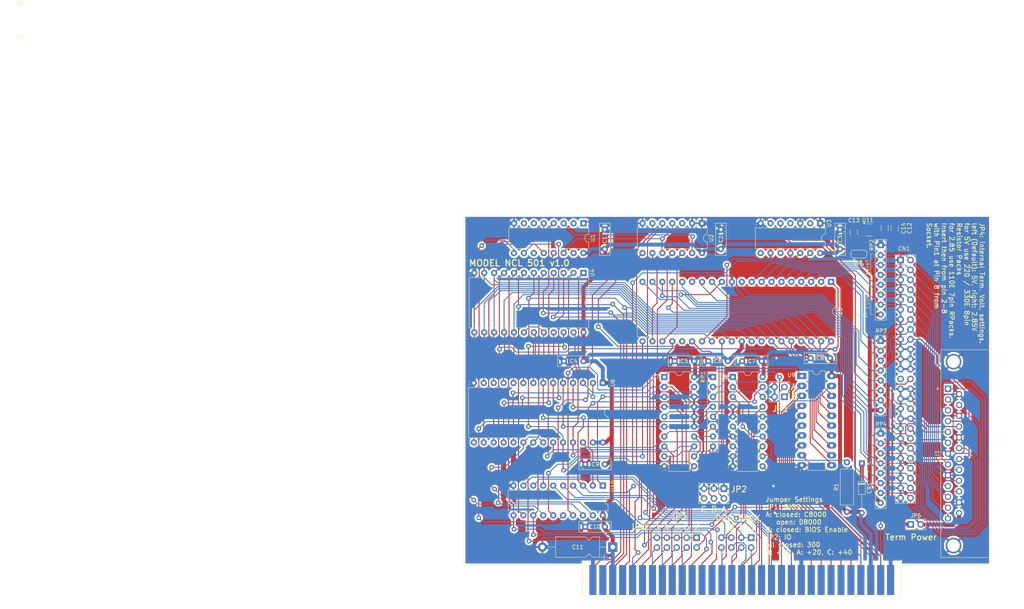
<source format=kicad_pcb>
(kicad_pcb (version 20221018) (generator pcbnew)
  (layers (0 "F.Cu" signal) (31 "B.Cu" signal) (34 "B.Paste" user) (35 "F.Paste" user) (36 "B.SilkS" user "B.Silkscreen") (37 "F.SilkS" user "F.Silkscreen") (38 "B.Mask" user) (39 "F.Mask" user) (44 "Edge.Cuts" user))
  (net 0 "")
  (net 1 "+5V")
  (net 2 "GND")
  (net 3 "/SDP")
  (net 5 "+5P")
  (net 6 "/~{SATN}")
  (net 7 "/~{SBSY}")
  (net 8 "/~{SACK}")
  (net 9 "/~{SRST}")
  (net 10 "/~{SMSG}")
  (net 11 "/~{SSEL}")
  (net 12 "/~{SCD}")
  (net 13 "/~{SREQ}")
  (net 14 "/~{SIO}")
  (net 15 "/~{BIOSEN}")
  (net 16 "Net-(U8-R0)")
  (net 17 "/SD7")
  (net 18 "/SD6")
  (net 19 "/SD5")
  (net 20 "/SD4")
  (net 21 "/SD3")
  (net 22 "/SD2")
  (net 23 "/SD1")
  (net 24 "/SD0")
  (net 25 "/D0")
  (net 26 "/D1")
  (net 27 "/D2")
  (net 28 "/D3")
  (net 29 "/D4")
  (net 30 "/D5")
  (net 31 "/D6")
  (net 32 "/D7")
  (net 38 "Net-(J4-Pin_1)")
  (net 39 "Net-(J4-Pin_5)")
  (net 41 "Net-(CR1-K)")
  (net 43 "Net-(U11-BP)")
  (net 47 "Net-(JP4-B)")
  (net 48 "/~{SCSICS}")
  (net 49 "/DRQ")
  (net 50 "/IRQ")
  (net 52 "/~{SDACK}")
  (net 53 "/PA0")
  (net 54 "/PA1")
  (net 55 "/PA2")
  (net 56 "Net-(CN1-Pin_26)")
  (net 57 "/PD0")
  (net 58 "/PD1")
  (net 59 "/PD2")
  (net 60 "/PD3")
  (net 61 "/PD4")
  (net 62 "/PD5")
  (net 63 "/PD6")
  (net 64 "/PD7")
  (net 65 "/~{IOSEL}")
  (net 66 "/~{RAMWR}")
  (net 67 "/~{ROMCE}")
  (net 68 "/~{TC}")
  (net 69 "/~{PRESET}")
  (net 70 "/PA7")
  (net 71 "/PA6")
  (net 72 "/PA5")
  (net 73 "/PA4")
  (net 74 "/PA3")
  (net 75 "/PA10")
  (net 76 "/PA9")
  (net 77 "/PA8")
  (net 78 "/PA12")
  (net 79 "/PA11")
  (net 80 "Net-(JP3-Pin_1)")
  (net 81 "/U8_18")
  (net 82 "/DIR")
  (net 83 "/U7_9")
  (net 84 "/U7_7")
  (net 85 "/U7_14")
  (net 86 "/U7_5")
  (net 87 "/~{BIOSSEL}")
  (net 88 "/U1_CP")
  (net 89 "/~{SRESET}")
  (net 90 "/PRESET")
  (net 91 "/IRQ2")
  (net 92 "-5V")
  (net 93 "/PDRQ2")
  (net 94 "-12V")
  (net 96 "+12V")
  (net 97 "/~{PMEMW}")
  (net 98 "/~{PMEMR}")
  (net 99 "/~{PIOW}")
  (net 100 "/~{PIOR}")
  (net 101 "/~{PDACK3}")
  (net 102 "/PDRQ3")
  (net 103 "/~{PDACK1}")
  (net 104 "/PDRQ1")
  (net 105 "/~{PDACK0}")
  (net 106 "/PCLK")
  (net 107 "/IRQ7")
  (net 108 "/IRQ6")
  (net 109 "/IRQ5")
  (net 110 "/IRQ4")
  (net 111 "/IRQ3")
  (net 112 "/~{PDACK2}")
  (net 113 "/TC")
  (net 114 "/PALE")
  (net 115 "/POSC")
  (net 116 "/~{IOCHCK}")
  (net 117 "/IOCHRDY")
  (net 118 "/PAEN")
  (net 119 "/PA19")
  (net 120 "/PA18")
  (net 121 "/PA17")
  (net 122 "/PA16")
  (net 123 "/PA15")
  (net 124 "/PA14")
  (net 125 "/PA13")
  (net 126 "/~{DATEN}")
  (net 127 "/~{DRQEN}")
  (net 128 "/~{IRQEN}")
  (net 129 "/~{RAMCE}")
  (footprint "Capacitor_THT:C_Disc_D8.0mm_W2.5mm_P5.00mm" (layer "F.Cu") (at 193.548 90.932 180)
    (fp_text reference "C7")
    (fp_text value "100n" hide)
  )
  (footprint "my_own_conn:BUS_XT" (layer "F.Cu") (at 226.568 147)
    (fp_text reference "J2" hide)
    (fp_text value "Bus_ISA_8bit" hide)
  )
  (footprint "Package_DIP:DIP-28_W15.24mm" (layer "F.Cu") (at 152.908 96.52 -90)
    (fp_text reference "U6")
    (fp_text value "27C128")
  )
  (footprint "MountingHole:MountingHole_3.5mm" (layer "F.Cu") (at 3.775 12.325)
    (fp_text reference "H2")
    (fp_text value "MountingHole")
  )
  (footprint "Connector_PinHeader_2.54mm:PinHeader_2x25_P2.54mm_Vertical" (layer "F.Cu") (at 229.108 65.024)
    (fp_text reference "CN1")
    (fp_text value "SCSI Intern" hide)
  )
  (footprint "Resistor_THT:R_Array_SIP8" (layer "F.Cu") (at 181.102 94.996 -90)
    (fp_text reference "RP1")
    (fp_text value "4k7" hide)
  )
  (footprint "Capacitor_THT:C_Disc_D8.0mm_W2.5mm_P5.00mm" (layer "F.Cu") (at 211.074 90.17 180)
    (fp_text reference "C8")
    (fp_text value "100n" hide)
  )
  (footprint "Capacitor_THT:C_Disc_D8.0mm_W2.5mm_P5.00mm" (layer "F.Cu") (at 147.955 90.932 180)
    (fp_text reference "C4")
    (fp_text value "100n" hide)
  )
  (footprint "Package_DIP:DIP-20_W7.62mm" (layer "F.Cu") (at 152.908 122.809 -90)
    (fp_text reference "U10")
    (fp_text value "PAL16L8")
  )
  (footprint "Capacitor_THT:C_Disc_D8.0mm_W2.5mm_P5.00mm" (layer "F.Cu") (at 183.134 62.23 90)
    (fp_text reference "C2")
    (fp_text value "100n" hide)
  )
  (footprint "Resistor_THT:R_Array_SIP8" (layer "F.Cu") (at 224.028 61.214 -90)
    (fp_text reference "RP2")
    (fp_text value "330E" hide)
  )
  (footprint "Package_TO_SOT_SMD:SOT-23-5" (layer "F.Cu") (at 221.1125 57.338)
    (fp_text reference "U11")
    (fp_text value "MIC5219-2.85YM5" hide)
  )
  (footprint "Package_DIP:DIP-20_W7.62mm" (layer "F.Cu") (at 186.182 94.996)
    (fp_text reference "U8")
    (fp_text value "74LS688")
  )
  (footprint "MountingHole:MountingHole_3.5mm" (layer "F.Cu") (at 3.775 3.775)
    (fp_text reference "H1")
    (fp_text value "MountingHole")
  )
  (footprint "Package_DIP:DIP-14_W7.62mm" (layer "F.Cu") (at 208.534 55.626 -90)
    (fp_text reference "U3")
    (fp_text value "74LS14")
  )
  (footprint "Diode_THT:D_DO-34_SOD68_P12.70mm_Horizontal" (layer "F.Cu") (at 219.202 117.094 -90)
    (fp_text reference "CR1")
    (fp_text value "1N4001" hide)
  )
  (footprint "Resistor_THT:R_Array_SIP8" (layer "F.Cu") (at 224.028 85.725 -90)
    (fp_text reference "RP3")
    (fp_text value "330E" hide)
  )
  (footprint "Connector_PinHeader_2.54mm:PinHeader_2x03_P2.54mm_Vertical" (layer "F.Cu") (at 183.896 123.571 -90)
    (fp_text reference "JP2")
    (fp_text value "IO" hide)
  )
  (footprint "Capacitor_SMD:C_1206_3216Metric_Pad1.33x1.80mm_HandSolder" (layer "F.Cu") (at 227.584 56.896 -90)
    (fp_text reference "C12")
    (fp_text value "470p" hide)
  )
  (footprint "Connector_PinHeader_2.54mm:PinHeader_2x04_P2.54mm_Vertical" (layer "F.Cu") (at 190.881 136.144 -90)
    (fp_text reference "J4" hide)
    (fp_text value "DACK/DRQ")
  )
  (footprint "Package_DIP:DIP-16_W7.62mm" (layer "F.Cu") (at 147.955 55.626 -90)
    (fp_text reference "U1")
    (fp_text value "74LS175")
  )
  (footprint "Capacitor_THT:C_Disc_D8.0mm_W2.5mm_P5.00mm" (layer "F.Cu") (at 153.416 62.23 90)
    (fp_text reference "C1")
    (fp_text value "100n" hide)
  )
  (footprint "Capacitor_THT:C_Disc_D8.0mm_W2.5mm_P5.00mm" (layer "F.Cu") (at 153.416 117.348 180)
    (fp_text reference "C9")
    (fp_text value "100n" hide)
  )
  (footprint "Capacitor_THT:C_Disc_D8.0mm_W2.5mm_P5.00mm" (layer "F.Cu") (at 153.416 133.35 180)
    (fp_text reference "C10")
    (fp_text value "100n" hide)
  )
  (footprint "Package_DIP:DIP-40_W15.24mm" (layer "F.Cu") (at 211.328 70.612 -90)
    (fp_text reference "U5")
    (fp_text value "53C80")
  )
  (footprint "Package_DIP:DIP-14_W7.62mm" (layer "F.Cu") (at 178.308 55.626 -90)
    (fp_text reference "U2")
    (fp_text value "74LS125")
  )
  (footprint "Package_DIP:DIP-24_W15.24mm" (layer "F.Cu") (at 147.955 68.326 -90)
    (fp_text reference "U4")
    (fp_text value "6116")
  )
  (footprint "Capacitor_THT:CP_Axial_L11.0mm_D5.0mm_P18.00mm_Horizontal" (layer "F.Cu") (at 155.448 138.557 180)
    (fp_text reference "C11")
    (fp_text value "22u/16" hide)
  )
  (footprint "Resistor_THT:R_Array_SIP8" (layer "F.Cu") (at 224.028 109.474 -90)
    (fp_text reference "RP4")
    (fp_text value "330E" hide)
  )
  (footprint "Connector_Dsub:DSUB-25_Female_Horizontal_P2.77x2.84mm_EdgePinOffset7.70mm_Housed_MountingHolesOffset9.12mm" (layer "F.Cu") (at 241.25 98 90)
    (fp_text reference "J1")
    (fp_text value "SCSI extern")
  )
  (footprint "Capacitor_THT:C_Disc_D8.0mm_W2.5mm_P5.00mm" (layer "F.Cu") (at 176.276 90.932 180)
    (fp_text reference "C5")
    (fp_text value "100n" hide)
  )
  (footprint "Capacitor_SMD:C_1206_3216Metric_Pad1.33x1.80mm_HandSolder" (layer "F.Cu") (at 225.044 56.8575 -90)
    (fp_text reference "C14")
    (fp_text value "100n" hide)
  )
  (footprint "Resistor_THT:R_Axial_DIN0309_L9.0mm_D3.2mm_P12.70mm_Horizontal" (layer "F.Cu") (at 215.392 129.54 90)
    (fp_text reference "R1")
    (fp_text value "4k7")
  )
  (footprint "Capacitor_THT:C_Disc_D8.0mm_W2.5mm_P5.00mm" (layer "F.Cu") (at 213.614 62.23 90)
    (fp_text reference "C3")
    (fp_text value "100n" hide)
  )
  (footprint "Capacitor_THT:C_Disc_D8.0mm_W2.5mm_P5.00mm" (layer "F.Cu") (at 184.912 90.932 180)
    (fp_text reference "C6")
    (fp_text value "100n" hide)
  )
  (footprint "Connector_PinHeader_2.54mm:PinHeader_2x02_P2.54mm_Vertical" (layer "F.Cu") (at 199.39 100.076 180)
    (fp_text reference "JP1")
    (fp_text value "BIOS" hide)
  )
  (footprint "Jumper:SolderJumper-3_P1.3mm_Bridged12_RoundedPad1.0x1.5mm" (layer "F.Cu") (at 218.44 63.5)
    (fp_text reference "JP4")
    (fp_text value "TRMPWRSEL" hide)
  )
  (footprint "Connector_PinHeader_2.54mm:PinHeader_2x05_P2.54mm_Vertical" (layer "F.Cu") (at 176.906 136.139 -90)
    (fp_text reference "JP3")
    (fp_text value "IRQ" hide)
  )
  (footprint "Package_DIP:DIP-20_W7.62mm" (layer "F.Cu") (at 168.656 94.996)
    (fp_text reference "U7")
    (fp_text value "74LS688")
  )
  (footprint "Capacitor_SMD:C_1206_3216Metric_Pad1.33x1.80mm_HandSolder" (layer "F.Cu") (at 217.17 57.9505 -90)
    (fp_text reference "C13")
    (fp_text value "100n" hide)
  )
  (footprint "Connector_PinHeader_2.54mm:PinHeader_1x02_P2.54mm_Vertical" (layer "F.Cu") (at 231.71 132.75 90)
    (fp_text reference "JP6")
    (fp_text value "TermPower" hide)
  )
  (footprint "Package_DIP:DIP-20_W7.62mm_LongPads" (layer "F.Cu") (at 203.835 94.742)
    (fp_text reference "U9")
    (fp_text value "74LS245")
  )
  (gr_line (start 221.996 63.5) (end 221.488 63.5) (stroke (width 0.1)) (layer "F.SilkS"))
  (gr_line (start 221.488 63.5) (end 221.488 78.994) (stroke (width 0.1)) (layer "F.SilkS"))
  (gr_line (start 221.488 78.994) (end 221.996 78.994) (stroke (width 0.1)) (layer "F.SilkS"))
  (gr_poly (pts (xy 229.5 143.25) (xy 252.25 143.25) (xy 252.25 53.5) (xy 117.25 53.5) (xy 117.25 143.25) (xy 147.5 143.25) (xy 147.5 151.25) (xy 229.5 151.25)) (stroke (width 0.05)) (fill none) (layer "Edge.Cuts"))
  (gr_text "A\nB\n" (at 200.914 100.838) (layer "F.SilkS") (effects (font (size 1.5 1.5) (thickness 0.25) bold) (justify left bottom)))
  (gr_text "IRQ: 3 4 5 6 2" (at 160.147 134.239) (layer "F.SilkS") (effects (font (size 1.5 1.5) (thickness 0.25) bold) (justify left bottom)))
  (gr_text "MODEL NCL 501 v1.0" (at 118.5 66.75) (layer "F.SilkS") (effects (font (size 1.6 1.6) (thickness 0.3) bold) (justify left bottom)))
  (gr_text "JP4: internal Term. Volt. settings.\nleft (Default): 5V, right: 2.85V\nfor 5V use 220 / 330E 8pin \nResistor Packs\nfor 2.85 use 110E 7pin RPacks.\nInsert then from pin 2-8\nwith Pin1 at Pin 8 from \nSocket." (at 235.712 55.372 270) (layer "F.SilkS") (effects (font (size 1.2 1.2) (thickness 0.2) bold) (justify left bottom)))
  (gr_text "Term Power" (at 225.044 136.906) (layer "F.SilkS") (effects (font (size 1.5 1.5) (thickness 0.25) bold) (justify left bottom)))
  (gr_text "C B A" (at 177.8 129.794) (layer "F.SilkS") (effects (font (size 1.5 1.5) (thickness 0.25) bold) (justify left bottom)))
  (gr_text "1 3 1 3" (at 182.372 134.493) (layer "F.SilkS") (effects (font (size 1.5 1.5) (thickness 0.25) bold) (justify left bottom)))
  (gr_text "110E Pack here!" (at 221.234 77.724 90) (layer "F.SilkS") (effects (font (size 1 1) (thickness 0.1)) (justify left bottom)))
  (gr_text "DRQ DACK" (at 181.61 132.08) (layer "F.SilkS") (effects (font (size 1.5 1.5) (thickness 0.25) bold) (justify left bottom)))
  (gr_text "Jumper Settings\nJP1: BIOS\nA: closed: C8000 \n   open: D8000\nB: closed: BIOS Enable\nJP2: IO\nall closed: 300\nB: +10, A: +20, C: +40" (at 194.437 140.589) (layer "F.SilkS") (effects (font (size 1.2 1.2) (thickness 0.2) bold) (justify left bottom)))
  (gr_text "Pin1" (at 217.424 79.756) (layer "F.SilkS") (effects (font (size 1 1) (thickness 0.1)) (justify left bottom)))
  (segment (start 153.67 111.76) (end 155.194 110.236) (width 1) (layer "F.Cu") (net 1))
  (segment (start 213.614 62.23) (end 211.836 60.452) (width 0.4) (layer "F.Cu") (net 1))
  (segment (start 155.448 138.557) (end 155.448 135.89) (width 1) (layer "F.Cu") (net 1))
  (segment (start 218.948 129.54) (end 219.202 129.794) (width 1) (layer "F.Cu") (net 1))
  (segment (start 211.074 90.17) (end 211.455 90.551) (width 1) (layer "F.Cu") (net 1))
  (segment (start 211.836 56.134) (end 212.598 55.372) (width 0.4) (layer "F.Cu") (net 1))
  (segment (start 154.94 96.52) (end 152.908 96.52) (width 1) (layer "F.Cu") (net 1))
  (segment (start 153.543 66.421) (end 153.543 62.357) (width 1) (layer "F.Cu") (net 1))
  (segment (start 211.836 60.452) (end 211.836 56.134) (width 0.4) (layer "F.Cu") (net 1))
  (segment (start 176.53 94.742) (end 176.53 91.186) (width 1) (layer "F.Cu") (net 1))
  (segment (start 215.392 129.54) (end 218.948 129.54) (width 1) (layer "F.Cu") (net 1))
  (segment (start 155.194 126.238) (end 155.194 114.3) (width 1) (layer "F.Cu") (net 1))
  (segment (start 185.166 90.932) (end 188.468 87.63) (width 1) (layer "F.Cu") (net 1))
  (segment (start 213.614 127.762) (end 213.614 94.742) (width 1) (layer "F.Cu") (net 1))
  (segment (start 153.416 133.858) (end 153.416 133.35) (width 1) (layer "F.Cu") (net 1))
  (segment (start 153.162 130.683) (end 152.908 130.429) (width 1) (layer "F.Cu") (net 1))
  (segment (start 194.056 94.742) (end 194.056 91.44) (width 1) (layer "F.Cu") (net 1))
  (segment (start 155.194 110.236) (end 155.194 108.458) (width 1) (layer "F.Cu") (net 1))
  (segment (start 215.392 129.54) (end 213.614 127.762) (width 1) (layer "F.Cu") (net 1))
  (segment (start 155.194 116.078) (end 155.194 114.3) (width 1) (layer "F.Cu") (net 1))
  (segment (start 152.908 130.429) (end 152.908 128.524) (width 1) (layer "F.Cu") (net 1))
  (segment (start 147.955 83.566) (end 147.955 72.009) (width 1) (layer "F.Cu") (net 1))
  (segment (start 216.154 55.372) (end 217.17 56.388) (width 0.4) (layer "F.Cu") (net 1))
  (segment (start 152.908 128.524) (end 155.194 126.238) (width 1) (layer "F.Cu") (net 1))
  (segment (start 194.056 91.44) (end 193.548 90.932) (width 1) (layer "F.Cu") (net 1))
  (segment (start 213.614 94.742) (end 211.455 94.742) (width 1) (layer "F.Cu") (net 1))
  (segment (start 153.924 117.348) (end 155.194 116.078) (width 1) (layer "F.Cu") (net 1))
  (segment (start 188.468 87.63) (end 188.468 85.852) (width 1) (layer "F.Cu") (net 1))
  (segment (start 153.162 133.096) (end 153.162 130.683) (width 1) (layer "F.Cu") (net 1))
  (segment (start 217.14 62.514) (end 219.975 59.679) (width 0.4) (layer "F.Cu") (net 1))
  (segment (start 155.194 108.458) (end 155.194 96.774) (width 1) (layer "F.Cu") (net 1))
  (segment (start 212.598 55.372) (end 216.154 55.372) (width 0.4) (layer "F.Cu") (net 1))
  (segment (start 217.17 56.388) (end 219.975 56.388) (width 0.4) (layer "F.Cu") (net 1))
  (segment (start 147.955 72.009) (end 153.543 66.421) (width 1) (layer "F.Cu") (net 1))
  (segment (start 211.455 90.551) (end 211.455 94.742) (width 1) (layer "F.Cu") (net 1))
  (segment (start 155.194 96.774) (end 154.94 96.52) (width 1) (layer "F.Cu") (net 1))
  (segment (start 153.416 133.35) (end 153.162 133.096) (width 1) (layer "F.Cu") (net 1))
  (segment (start 176.276 94.996) (end 176.53 94.742) (width 1) (layer "F.Cu") (net 1))
  (segment (start 217.14 63.5) (end 217.14 62.514) (width 0.4) (layer "F.Cu") (net 1))
  (segment (start 193.802 94.996) (end 194.056 94.742) (width 1) (layer "F.Cu") (net 1))
  (segment (start 155.194 114.3) (end 155.194 108.458) (width 1) (layer "F.Cu") (net 1))
  (segment (start 147.955 83.566) (end 147.955 90.932) (width 1) (layer "F.Cu") (net 1))
  (segment (start 219.975 59.679) (end 219.975 58.288) (width 0.4) (layer "F.Cu") (net 1))
  (segment (start 176.53 91.186) (end 176.276 90.932) (width 1) (layer "F.Cu") (net 1))
  (segment (start 152.908 111.76) (end 153.67 111.76) (width 1) (layer "F.Cu") (net 1))
  (segment (start 215.87 62.23) (end 213.614 62.23) (width 0.4) (layer "F.Cu") (net 1))
  (segment (start 155.448 135.89) (end 153.416 133.858) (width 1) (layer "F.Cu") (net 1))
  (segment (start 153.416 117.348) (end 153.924 117.348) (width 1) (layer "F.Cu") (net 1))
  (segment (start 217.14 63.5) (end 215.87 62.23) (width 0.4) (layer "F.Cu") (net 1))
  (segment (start 178.308 63.246) (end 176.149 61.087) (width 1) (layer "B.Cu") (net 1))
  (segment (start 174.611 89.267) (end 176.276 90.932) (width 1) (layer "B.Cu") (net 1))
  (segment (start 193.548 90.932) (end 195.86 88.62) (width 1) (layer "B.Cu") (net 1))
  (segment (start 154.559 61.087) (end 153.416 62.23) (width 1) (layer "B.Cu") (net 1))
  (segment (start 176.276 90.932) (end 177.941 89.267) (width 1) (layer "B.Cu") (net 1))
  (segment (start 152.908 92.71) (end 151.13 90.932) (width 1) (layer "B.Cu") (net 1))
  (segment (start 212.598 63.246) (end 213.614 62.23) (width 1) (layer "B.Cu") (net 1))
  (segment (start 219.202 129.794) (end 218.948 130.048) (width 1) (layer "B.Cu") (net 1))
  (segment (start 221.488 135.128) (end 221.488 146.812) (width 1) (layer "B.Cu") (net 1))
  (segment (start 147.955 90.932) (end 149.62 89.267) (width 1) (layer "B.Cu") (net 1))
  (segment (start 191.883 89.267) (end 193.548 90.932) (width 1) (layer "B.Cu") (net 1))
  (segment (start 149.62 89.267) (end 174.611 89.267) (width 1) (layer "B.Cu") (net 1))
  (segment (start 153.416 62.23) (end 150.114 62.23) (width 1) (layer "B.Cu") (net 1))
  (segment (start 183.247 89.267) (end 184.912 90.932) (width 1) (layer "B.Cu") (net 1))
  (segment (start 195.86 88.62) (end 209.524 88.62) (width 1) (layer "B.Cu") (net 1))
  (segment (start 155.448 138.557) (end 155.448 146.812) (width 1) (layer "B.Cu") (net 1))
  (segment (start 152.908 111.76) (end 150.368 111.76) (width 1) (layer "B.Cu") (net 1))
  (segment (start 218.948 130.048) (end 218.948 132.588) (width 1) (layer "B.Cu") (net 1))
  (segment (start 176.276 94.996) (end 176.53 94.742) (width 1) (layer "B.Cu") (net 1))
  (segment (start 213.614 62.23) (end 212.344 60.96) (width 1) (layer "B.Cu") (net 1))
  (segment (start 184.404 60.96) (end 183.134 62.23) (width 1) (layer "B.Cu") (net 1))
  (segment (start 184.912 90.932) (end 186.577 89.267) (width 1) (layer "B.Cu") (net 1))
  (segment (start 150.114 62.23) (end 149.098 63.246) (width 1) (layer "B.Cu") (net 1))
  (segment (start 152.908 96.52) (end 152.908 92.71) (width 1) (layer "B.Cu") (net 1))
  (segment (start 151.13 90.932) (end 147.955 90.932) (width 1) (layer "B.Cu") (net 1))
  (segment (start 186.577 89.267) (end 191.883 89.267) (width 1) (layer "B.Cu") (net 1))
  (segment (start 218.948 132.588) (end 221.488 135.128) (width 1) (layer "B.Cu") (net 1))
  (segment (start 179.324 62.23) (end 178.308 63.246) (width 1) (layer "B.Cu") (net 1))
  (segment (start 176.149 61.087) (end 154.559 61.087) (width 1) (layer "B.Cu") (net 1))
  (segment (start 209.524 88.62) (end 211.074 90.17) (width 1) (layer "B.Cu") (net 1))
  (segment (start 177.941 89.267) (end 183.247 89.267) (width 1) (layer "B.Cu") (net 1))
  (segment (start 183.134 62.23) (end 179.324 62.23) (width 1) (layer "B.Cu") (net 1))
  (segment (start 176.53 94.742) (end 180.848 94.742) (width 1) (layer "B.Cu") (net 1))
  (segment (start 212.344 60.96) (end 184.404 60.96) (width 1) (layer "B.Cu") (net 1))
  (segment (start 149.098 63.246) (end 147.955 63.246) (width 1) (layer "B.Cu") (net 1))
  (segment (start 208.534 63.246) (end 212.598 63.246) (width 1) (layer "B.Cu") (net 1))
  (segment (start 241.25 114.62) (end 242.5 113.37) (width 0.4) (layer "F.Cu") (net 2))
  (segment (start 229.108 92.964) (end 231.648 92.964) (width 0.4) (layer "F.Cu") (net 2))
  (segment (start 232.989 99.385) (end 231.648 98.044) (width 0.25) (layer "F.Cu") (net 2))
  (segment (start 233.807 92.964) (end 231.648 92.964) (width 0.4) (layer "F.Cu") (net 2))
  (segment (start 238.599 111.969) (end 230.333 111.969) (width 0.25) (layer "F.Cu") (net 2))
  (segment (start 230.333 124.669) (end 229.108 123.444) (width 0.25) (layer "F.Cu") (net 2))
  (segment (start 244.09 104.925) (end 245.618 103.397) (width 0.4) (layer "F.Cu") (net 2))
  (segment (start 244.09 127.085) (end 237.021412 127.085) (width 0.25) (layer "F.Cu") (net 2))
  (segment (start 244.09 99.385) (end 232.989 99.385) (width 0.25) (layer "F.Cu") (net 2))
  (segment (start 234.605412 124.669) (end 230.333 124.669) (width 0.25) (layer "F.Cu") (net 2))
  (segment (start 244.09 104.925) (end 235.989 104.925) (width 0.25) (layer "F.Cu") (net 2))
  (segment (start 227.711 61.214) (end 224.028 61.214) (width 0.4) (layer "F.Cu") (net 2))
  (segment (start 196.85 97.536) (end 196.85 90.678) (width 0.4) (layer "F.Cu") (net 2))
  (segment (start 224.028 61.214) (end 224.028 59.436) (width 0.4) (layer "F.Cu") (net 2))
  (segment (start 233.807 98.044) (end 233.807 92.964) (width 0.4) (layer "F.Cu") (net 2))
  (segment (start 245.618 100.913) (end 244.09 99.385) (width 0.4) (layer "F.Cu") (net 2))
  (segment (start 242.5 113.37) (end 242.5 112.055) (width 0.4) (layer "F.Cu") (net 2))
  (segment (start 241.25 114.62) (end 238.599 111.969) (width 0.25) (layer "F.Cu") (net 2))
  (segment (start 195.0085 105.156) (end 193.802 105.156) (width 0.25) (layer "F.Cu") (net 2))
  (segment (start 173.355 97.155) (end 173.355 93.011) (width 0.25) (layer "F.Cu") (net 2))
  (segment (start 186.182 102.616) (end 186.182 105.156) (width 0.2) (layer "F.Cu") (net 2))
  (segment (start 229.108 105.664) (end 231.648 105.664) (width 0.4) (layer "F.Cu") (net 2))
  (segment (start 229.108 100.584) (end 231.648 100.584) (width 0.4) (layer "F.Cu") (net 2))
  (segment (start 235.989 104.925) (end 231.648 100.584) (width 0.25) (layer "F.Cu") (net 2))
  (segment (start 196.85 103.3145) (end 195.0085 105.156) (width 0.25) (layer "F.Cu") (net 2))
  (segment (start 195.834 63.246) (end 195.834 58.166) (width 0.25) (layer "F.Cu") (net 2))
  (segment (start 195.834 58.166) (end 193.294 55.626) (width 0.25) (layer "F.Cu") (net 2))
  (segment (start 230.333 117.049) (end 229.108 115.824) (width 0.25) (layer "F.Cu") (net 2))
  (segment (start 173.355 93.011) (end 171.276 90.932) (width 0.25) (layer "F.Cu") (net 2))
  (segment (start 225.044 58.42) (end 227.5455 58.42) (width 0.4) (layer "F.Cu") (net 2))
  (segment (start 196.85 90.678) (end 197.358 90.17) (width 0.4) (layer "F.Cu") (net 2))
  (segment (start 196.469 123.063) (end 196.596 122.936) (width 1) (layer "F.Cu") (net 2))
  (segment (start 185.928 60.024) (end 183.134 57.23) (width 0.4) (layer "F.Cu") (net 2))
  (segment (start 176.276 100.076) (end 173.355 97.155) (width 0.25) (layer "F.Cu") (net 2))
  (segment (start 219.975 57.338) (end 219.345 57.338) (width 0.4) (layer "F.Cu") (net 2))
  (segment (start 231.648 98.044) (end 233.807 98.044) (width 0.4) (layer "F.Cu") (net 2))
  (segment (start 245.618 103.397) (end 245.618 100.913) (width 0.4) (layer "F.Cu") (net 2))
  (segment (start 229.108 62.611) (end 227.711 61.214) (width 0.4) (layer "F.Cu") (net 2))
  (segment (start 229.108 87.884) (end 231.648 87.884) (width 0.4) (layer "F.Cu") (net 2))
  (segment (start 219.345 57.338) (end 217.17 59.513) (width 0.4) (layer "F.Cu") (net 2))
  (segment (start 231.648 90.424) (end 229.108 90.424) (width 0.4) (layer "F.Cu") (net 2))
  (segment (start 196.469 129.286) (end 196.469 123.063) (width 1) (layer "F.Cu") (net 2))
  (segment (start 217.17 59.513) (end 215.897 59.513) (width 0.4) (layer "F.Cu") (net 2))
  (segment (start 229.108 65.024) (end 229.108 92.964) (width 0.4) (layer "F.Cu") (net 2))
  (segment (start 185.928 70.612) (end 185.928 60.024) (width 0.4) (layer "F.Cu") (net 2))
  (segment (start 196.85 100.076) (end 196.85 103.3145) (width 0.25) (layer "F.Cu") (net 2))
  (segment (start 196.977 129.794) (end 196.469 129.286) (width 1) (layer "F.Cu") (net 2))
  (segment (start 176.276 105.156) (end 176.276 100.076) (width 0.25) (layer "F.Cu") (net 2))
  (segment (start 229.108 65.024) (end 229.108 62.611) (width 0.4) (layer "F.Cu") (net 2))
  (segment (start 215.897 59.513) (end 213.614 57.23) (width 0.4) (layer "F.Cu") (net 2))
  (segment (start 238.139 117.049) (end 230.333 117.049) (width 0.25) (layer "F.Cu") (net 2))
  (segment (start 230.333 111.969) (end 229.108 110.744) (width 0.25) (layer "F.Cu") (net 2))
  (segment (start 224.028 59.436) (end 225.044 58.42) (width 0.4) (layer "F.Cu") (net 2))
  (segment (start 229.108 125.984) (end 229.108 98.044) (width 0.4) (layer "F.Cu") (net 2))
  (segment (start 176.276 107.696) (end 176.276 105.156) (width 0.25) (layer "F.Cu") (net 2))
  (segment (start 229.108 98.044) (end 231.648 98.044) (width 0.4) (layer "F.Cu") (net 2))
  (segment (start 227.5455 58.42) (end 227.584 58.4585) (width 0.4) (layer "F.Cu") (net 2))
  (segment (start 237.021412 127.085) (end 234.605412 124.669) (width 0.25) (layer "F.Cu") (net 2))
  (segment (start 241.25 120.16) (end 238.139 117.049) (width 0.25) (layer "F.Cu") (net 2))
  (segment (start 242.5 112.055) (end 244.09 110.465) (width 0.4) (layer "F.Cu") (net 2))
  (via (at 196.977 129.794) (size 1.2) (drill 0.6) (layers "F.Cu" "B.Cu") (net 2))
  (via (at 196.596 122.936) (size 1.2) (drill 0.6) (layers "F.Cu" "B.Cu") (net 2))
  (via (at 197.358 90.17) (size 1.2) (drill 0.6) (layers "F.Cu" "B.Cu") (net 2))
  (segment (start 174.267 54.125) (end 164.569 54.125) (width 0.25) (layer "B.Cu") (net 2))
  (segment (start 142.955 90.932) (end 141.939 89.916) (width 1) (layer "B.Cu") (net 2))
  (segment (start 241.25 114.62) (end 241.25 114.932767) (width 0.4) (layer "B.Cu") (net 2))
  (segment (start 141.939 89.916) (end 124.841 89.916) (width 1) (layer "B.Cu") (net 2))
  (segment (start 183.134 57.23) (end 191.69 57.23) (width 1) (layer "B.Cu") (net 2))
  (segment (start 244.687 127.085) (end 244.09 127.085) (width 0.4) (layer "B.Cu") (net 2))
  (segment (start 203.454 55.626) (end 204.955 54.125) (width 0.25) (layer "B.Cu") (net 2))
  (segment (start 184.15 106.426) (end 178.943 106.426) (width 0.25) (layer "B.Cu") (net 2))
  (segment (start 126.873 122.809) (end 130.048 122.809) (width 1) (layer "B.Cu") (net 2))
  (segment (start 245.34 106.175) (end 245.34 109.215) (width 0.4) (layer "B.Cu") (net 2))
  (segment (start 224.028 83.566) (end 227.33 80.264) (width 1) (layer "B.Cu") (net 2))
  (segment (start 120.015 60.071) (end 124.46 55.626) (width 1) (layer "B.Cu") (net 2))
  (segment (start 246 120.16) (end 241.25 120.16) (width 0.4) (layer "B.Cu") (net 2))
  (segment (start 148.416 117.348) (end 148.416 118.19) (width 1) (layer "B.Cu") (net 2))
  (segment (start 118.465 69.876) (end 120.015 68.326) (width 1) (layer "B.Cu") (net 2))
  (segment (start 246 118.5) (end 246 120.16) (width 0.4) (layer "B.Cu") (net 2))
  (segment (start 224.028 85.725) (end 224.028 83.566) (width 1) (layer "B.Cu") (net 2))
  (segment (start 153.416 57.23) (end 150.311 54.125) (width 0.25) (layer "B.Cu") (net 2))
  (segment (start 178.308 55.626) (end 175.768 55.626) (width 0.4) (layer "B.Cu") (net 2))
  (segment (start 226.568 131.699) (end 229.108 129.159) (width 1) (layer "B.Cu") (net 2))
  (segment (start 191.69 57.23) (end 193.294 55.626) (width 1) (layer "B.Cu") (net 2))
  (segment (start 186.182 105.156) (end 193.802 105.156) (width 0.25) (layer "B.Cu") (net 2))
  (segment (start 186.182 117.856) (end 186.182 115.316) (width 0.2) (layer "B.Cu") (net 2))
  (segment (start 184.15 119.888) (end 170.688 119.888) (width 1) (layer "B.Cu") (net 2))
  (segment (start 168.656 100.076) (end 176.276 100.076) (width 0.25) (layer "B.Cu") (net 2))
  (segment (start 187.833 111.887) (end 186.182 110.236) (width 0.25) (layer "B.Cu") (net 2))
  (segment (start 244.09 104.925) (end 245.34 106.175) (width 0.4) (layer "B.Cu") (net 2))
  (segment (start 203.708 147) (end 203.708 136.525) (width 1) (layer "B.Cu") (net 2))
  (segment (start 201.953 54.125) (end 203.454 55.626) (width 0.25) (layer "B.Cu") (net 2))
  (segment (start 224.028 109.474) (end 226.06 109.474) (width 0.4) (layer "B.Cu") (net 2))
  (segment (start 245 117.5) (end 246 118.5) (width 0.4) (layer "B.Cu") (net 2))
  (segment (start 246 128.524) (end 246 120.16) (width 0.4) (layer "B.Cu") (net 2))
  (segment (start 243.817233 117.5) (end 245 117.5) (width 0.4) (layer "B.Cu") (net 2))
  (segment (start 213.614 57.23) (end 212.932 57.912) (width 1) (layer "B.Cu") (net 2))
  (segment (start 224.028 59.944) (end 221.314 57.23) (width 1) (layer "B.Cu") (net 2))
  (segment (start 153.844 57.658) (end 153.416 57.23) (width 1) (layer "B.Cu") (net 2))
  (segment (start 175.768 55.626) (end 174.267 54.125) (width 0.25) (layer "B.Cu") (net 2))
  (segment (start 246 128.398) (end 244.687 127.085) (width 0.4) (layer "B.Cu") (net 2))
  (segment (start 118.338 98.07) (end 118.338 114.274) (width 1) (layer "B.Cu") (net 2))
  (segment (start 124.46 55.626) (end 130.175 55.626) (width 1) (layer "B.Cu") (net 2))
  (segment (start 245.34 109.215) (end 244.09 110.465) (width 0.4) (layer "B.Cu") (net 2))
  (segment (start 221.314 57.23) (end 213.614 57.23) (width 1) (layer "B.Cu") (net 2))
  (segment (start 243.875 132.553) (end 246 130.428) (width 0.4) (layer "B.Cu") (net 2))
  (segment (start 150.368 147) (end 150.368 140.97) (width 1) (layer "B.Cu") (net 2))
  (segment (start 212.932 57.912) (end 195.58 57.912) (width 1) (layer "B.Cu") (net 2))
  (segment (start 227.33 110.744) (end 229.108 110.744) (width 0.4) (layer "B.Cu") (net 2))
  (segment (start 240.757 132.553) (end 243.875 132.553) (width 0.4) (layer "B.Cu") (net 2))
  (segment (start 239.776 130.498233) (end 239.776 131.572) (width 0.4) (layer "B.Cu") (net 2))
  (segment (start 120.015 68.326) (end 120.015 60.071) (width 1) (layer "B.Cu") (net 2))
  (segment (start 184.658 106.934) (end 184.277 106.553) (width 0.25) (layer "B.Cu") (net 2))
  (segment (start 184.658 108.712) (end 184.658 106.934) (width 0.25) (layer "B.Cu") (net 2))
  (segment (start 182.706 57.658) (end 153.844 57.658) (width 1) (layer "B.Cu") (net 2))
  (segment (start 226.06 109.474) (end 227.33 110.744) (width 0.4) (layer "B.Cu") (net 2))
  (segment (start 234.675 108.691) (end 234.675 121.586384) (width 0.4) (layer "B.Cu") (net 2))
  (segment (start 184.277 106.553) (end 185.674 105.156) (width 0.25) (layer "B.Cu") (net 2))
  (segment (start 186.182 117.856) (end 184.15 119.888) (width 1) (layer "B.Cu") (net 2))
  (segment (start 178.816 123.571) (end 183.896 123.571) (width 0.25) (layer "B.Cu") (net 2))
  (segment (start 147.955 138.557) (end 137.448 138.557) (width 1) (layer "B.Cu") (net 2))
  (segment (start 186.182 115.316) (end 187.833 113.665) (width 0.25) (layer "B.Cu") (net 2))
  (segment (start 148.416 118.19) (end 149.86 119.634) (width 1) (layer "B.Cu") (net 2))
  (segment (start 118.465 95.097) (end 118.465 69.876) (width 1) (layer "B.Cu") (net 2))
  (segment (start 183.134 57.23) (end 182.706 57.658) (width 1) (layer "B.Cu") (net 2))
  (segment (start 187.833 113.665) (end 187.833 111.887) (width 0.25) (layer "B.Cu") (net 2))
  (segment (start 229.108 129.159) (end 229.108 125.984) (width 1) (layer "B.Cu") (net 2))
  (segment (start 246 130.428) (end 246 128.524) (width 0.4) (layer "B.Cu") (net 2))
  (segment (start 118.338 114.274) (end 126.873 122.809) (width 1) (layer "B.Cu") (net 2))
  (segment (start 203.708 136.525) (end 196.977 129.794) (width 1) (layer "B.Cu") (net 2))
  (segment (start 186.182 110.236) (end 184.658 108.712) (width 0.25) (layer "B.Cu") (net 2))
  (segment (start 231.648 105.664) (end 234.675 108.691) (width 0.4) (layer "B.Cu") (net 2))
  (segment (start 164.569 54.125) (end 163.068 55.626) (width 0.25) (layer "B.Cu") (net 2))
  (segment (start 234.675 121.586384) (end 236 122.911384) (width 0.4) (layer "B.Cu") (net 2))
  (segment (start 198.501 122.936) (end 196.596 122.936) (width 1) (layer "B.Cu") (net 2))
  (segment (start 150.368 140.97) (end 147.955 138.557) (width 1) (layer "B.Cu") (net 2))
  (segment (start 184.277 106.553) (end 184.15 106.426) (width 0.25) (layer "B.Cu") (net 2))
  (segment (start 119.888 96.52) (end 118.465 95.097) (width 1) (layer "B.Cu") (net 2))
  (segment (start 204.955 54.125) (end 207.033 54.125) (width 0.25) (layer "B.Cu") (net 2))
  (segment (start 170.688 119.888) (end 168.656 117.856) (width 1) (layer "B.Cu") (net 2))
  (segment (start 194.795 54.125) (end 201.953 54.125) (width 0.25) (layer "B.Cu") (net 2))
  (segment (start 178.308 55.626) (end 181.864 55.626) (width 1) (layer "B.Cu") (net 2))
  (segment (start 183.896 123.571) (end 183.896 120.142) (width 0.25) (layer "B.Cu") (net 2))
  (segment (start 236 126.722233) (end 239.776 130.498233) (width 0.4) (layer "B.Cu") (net 2))
  (segment (start 183.134 56.896) (end 183.134 57.23) (width 1) (layer "B.Cu") (net 2))
  (segment (start 241.25 114.932767) (end 243.817233 117.5) (width 0.4) (layer "B.Cu") (net 2))
  (segment (start 227.33 80.264) (end 229.108 80.264) (width 1) (layer "B.Cu") (net 2))
  (segment (start 119.888 96.52) (end 118.338 98.07) (width 1) (layer "B.Cu") (net 2))
  (segment (start 207.033 54.125) (end 208.534 55.626) (width 0.25) (layer "B.Cu") (net 2))
  (segment (start 124.841 89.916) (end 119.888 94.869) (width 1) (layer "B.Cu") (net 2))
  (segment (start 166.878 119.634) (end 168.656 117.856) (width 1) (layer "B.Cu") (net 2))
  (segment (start 183.896 120.142) (end 186.182 117.856) (width 0.25) (layer "B.Cu") (net 2))
  (segment (start 119.888 94.869) (end 119.888 96.52) (width 1) (layer "B.Cu") (net 2))
  (segment (start 177.673 107.696) (end 176.276 107.696) (width 0.25) (layer "B.Cu") (net 2))
  (segment (start 236 122.911384) (end 236 126.722233) (width 0.4) (layer "B.Cu") (net 2))
  (segment (start 131.676 54.125) (end 130.175 55.626) (width 0.25) (layer "B.Cu") (net 2))
  (segment (start 197.358 90.17) (end 206.074 90.17) (width 0.4) (layer "B.Cu") (net 2))
  (segment (start 203.835 117.602) (end 198.501 122.936) (width 1) (layer "B.Cu") (net 2))
  (segment (start 193.294 55.626) (end 194.795 54.125) (width 0.25) (layer "B.Cu") (net 2))
  (segment (start 150.311 54.125) (end 131.676 54.125) (width 0.25) (layer "B.Cu") (net 2))
  (segment (start 224.028 61.214) (end 224.028 59.944) (width 1) (layer "B.Cu") (net 2))
  (segment (start 196.85 100.076) (end 196.85 97.536) (width 0.4) (layer "B.Cu") (net 2))
  (segment (start 226.568 147) (end 226.568 131.699) (width 1) (layer "B.Cu") (net 2))
  (segment (start 246 128.524) (end 246 128.398) (width 0.4) (layer "B.Cu") (net 2))
  (segment (start 181.864 55.626) (end 183.134 56.896) (width 1) (layer "B.Cu") (net 2))
  (segment (start 239.776 131.572) (end 240.757 132.553) (width 0.4) (layer "B.Cu") (net 2))
  (segment (start 149.86 119.634) (end 166.878 119.634) (width 1) (layer "B.Cu") (net 2))
  (segment (start 195.58 57.912) (end 193.294 55.626) (width 1) (layer "B.Cu") (net 2))
  (segment (start 178.943 106.426) (end 177.673 107.696) (width 0.25) (layer "B.Cu") (net 2))
  (segment (start 245.75 116.005) (end 246.634 115.121) (width 0.25) (layer "F.Cu") (net 3))
  (segment (start 246.634 99.568) (end 238.506 91.44) (width 0.25) (layer "F.Cu") (net 3))
  (segment (start 238.506 91.44) (end 238.506 89.506) (width 0.25) (layer "F.Cu") (net 3))
  (segment (start 244.09 116.005) (end 245.75 116.005) (width 0.25) (layer "F.Cu") (net 3))
  (segment (start 246.634 115.121) (end 246.634 99.568) (width 0.25) (layer "F.Cu") (net 3))
  (segment (start 238.506 89.506) (end 234.344 85.344) (width 0.25) (layer "F.Cu") (net 3))
  (segment (start 234.344 85.344) (end 231.648 85.344) (width 0.25) (layer "F.Cu") (net 3))
  (segment (start 218.44 83.312) (end 209.042 73.914) (width 0.25) (layer "B.Cu") (net 3))
  (segment (start 224.028 93.345) (end 227.076 90.297) (width 0.25) (layer "B.Cu") (net 3))
  (segment (start 190.5 73.914) (end 188.468 71.882) (width 0.25) (layer "B.Cu") (net 3))
  (segment (start 209.042 73.914) (end 190.5 73.914) (width 0.25) (layer "B.Cu") (net 3))
  (segment (start 224.028 93.345) (end 221.996 93.345) (width 0.25) (layer "B.Cu") (net 3))
  (segment (start 227.838 86.614) (end 230.378 86.614) (width 0.25) (layer "B.Cu") (net 3))
  (segment (start 227.076 87.376) (end 227.838 86.614) (width 0.25) (layer "B.Cu") (net 3))
  (segment (start 188.468 71.882) (end 188.468 70.612) (width 0.25) (layer "B.Cu") (net 3))
  (segment (start 230.378 86.614) (end 231.648 85.344) (width 0.25) (layer "B.Cu") (net 3))
  (segment (start 221.996 93.345) (end 218.44 89.789) (width 0.25) (layer "B.Cu") (net 3))
  (segment (start 218.44 89.789) (end 218.44 83.312) (width 0.25) (layer "B.Cu") (net 3))
  (segment (start 227.076 90.297) (end 227.076 87.376) (width 0.25) (layer "B.Cu") (net 3))
  (segment (start 218.44 63.5) (end 218.44 66.548) (width 0.4) (layer "F.Cu") (net 5))
  (segment (start 221.996 78.994) (end 224.028 78.994) (width 1) (layer "F.Cu") (net 5))
  (segment (start 221.234 103.886) (end 221.234 79.756) (width 1) (layer "F.Cu") (net 5))
  (segment (start 221.234 103.886) (end 221.615 103.505) (width 1) (layer "F.Cu") (net 5))
  (segment (start 221.234 69.342) (end 221.234 79.756) (width 0.4) (layer "F.Cu") (net 5))
  (segment (start 224.028 127.254) (end 221.234 124.46) (width 1) (layer "F.Cu") (net 5))
  (segment (start 221.615 103.505) (end 224.028 103.505) (width 1) (layer "F.Cu") (net 5))
  (segment (start 218.44 66.548) (end 221.234 69.342) (width 0.4) (layer "F.Cu") (net 5))
  (segment (start 221.234 124.46) (end 221.234 103.886) (width 1) (layer "F.Cu") (net 5))
  (segment (start 221.234 79.756) (end 221.996 78.994) (width 1) (layer "F.Cu") (net 5))
  (segment (start 231.648 103.124) (end 236.219 107.695) (width 0.25) (layer "F.Cu") (net 6))
  (segment (start 236.219 107.695) (end 244.09 107.695) (width 0.25) (layer "F.Cu") (net 6))
  (segment (start 217.75 83.329106) (end 208.842894 74.422) (width 0.25) (layer "B.Cu") (net 6))
  (segment (start 224.028 95.885) (end 227.33 99.187) (width 0.25) (layer "B.Cu") (net 6))
  (segment (start 187.103 72.549) (end 187.103 69.91885) (width 0.25) (layer "B.Cu") (net 6))
  (segment (start 187.103 69.91885) (end 186.27215 69.088) (width 0.25) (layer "B.Cu") (net 6))
  (segment (start 177.292 69.088) (end 175.768 70.612) (width 0.25) (layer "B.Cu") (net 6))
  (segment (start 228.346 101.854) (end 230.378 101.854) (width 0.25) (layer "B.Cu") (net 6))
  (segment (start 186.27215 69.088) (end 177.292 69.088) (width 0.25) (layer "B.Cu") (net 6))
  (segment (start 188.976 74.422) (end 187.103 72.549) (width 0.25) (layer "B.Cu") (net 6))
  (segment (start 221.869 95.885) (end 217.75 91.766) (width 0.25) (layer "B.Cu") (net 6))
  (segment (start 227.33 100.838) (end 228.346 101.854) (width 0.25) (layer "B.Cu") (net 6))
  (segment (start 224.028 95.885) (end 221.869 95.885) (width 0.25) (layer "B.Cu") (net 6))
  (segment (start 227.33 99.187) (end 227.33 100.838) (width 0.25) (layer "B.Cu") (net 6))
  (segment (start 217.75 91.766) (end 217.75 83.329106) (width 0.25) (layer "B.Cu") (net 6))
  (segment (start 208.842894 74.422) (end 188.976 74.422) (width 0.25) (layer "B.Cu") (net 6))
  (segment (start 230.378 101.854) (end 231.648 103.124) (width 0.25) (layer "B.Cu") (net 6))
  (segment (start 234.494001 111.050001) (end 231.648 108.204) (width 0.25) (layer "F.Cu") (net 7))
  (segment (start 240.450001 111.050001) (end 234.494001 111.050001) (width 0.25) (layer "F.Cu") (net 7))
  (segment (start 241.25 111.85) (end 240.450001 111.050001) (width 0.25) (layer "F.Cu") (net 7))
  (segment (start 230.423 106.979) (end 231.648 108.204) (width 0.25) (layer "B.Cu") (net 7))
  (segment (start 208.635788 74.922) (end 185.158 74.922) (width 0.25) (layer "B.Cu") (net 7))
  (segment (start 228.137 106.979) (end 230.423 106.979) (width 0.25) (layer "B.Cu") (net 7))
  (segment (start 224.028 98.425) (end 221.869 98.425) (width 0.25) (layer "B.Cu") (net 7))
  (segment (start 221.869 98.425) (end 217.25 93.806) (width 0.25) (layer "B.Cu") (net 7))
  (segment (start 217.25 93.806) (end 217.25 83.536212) (width 0.25) (layer "B.Cu") (net 7))
  (segment (start 226.568 105.41) (end 228.137 106.979) (width 0.25) (layer "B.Cu") (net 7))
  (segment (start 217.25 83.536212) (end 208.635788 74.922) (width 0.25) (layer "B.Cu") (net 7))
  (segment (start 185.158 74.922) (end 180.848 70.612) (width 0.25) (layer "B.Cu") (net 7))
  (segment (start 226.568 100.965) (end 226.568 105.41) (width 0.25) (layer "B.Cu") (net 7))
  (segment (start 224.028 98.425) (end 226.568 100.965) (width 0.25) (layer "B.Cu") (net 7))
  (segment (start 241.25 109.08) (end 235.318 109.08) (width 0.25) (layer "F.Cu") (net 8))
  (segment (start 230.423 107.651) (end 230.423 109.519) (width 0.25) (layer "F.Cu") (net 8))
  (segment (start 235.318 109.08) (end 233.217 106.979) (width 0.25) (layer "F.Cu") (net 8))
  (segment (start 230.423 109.519) (end 231.648 110.744) (width 0.25) (layer "F.Cu") (net 8))
  (segment (start 231.095 106.979) (end 230.423 107.651) (width 0.25) (layer "F.Cu") (net 8))
  (segment (start 233.217 106.979) (end 231.095 106.979) (width 0.25) (layer "F.Cu") (net 8))
  (segment (start 182.102 75.422) (end 208.428682 75.422) (width 0.25) (layer "B.Cu") (net 8))
  (segment (start 224.028 100.965) (end 226.06 102.997) (width 0.25) (layer "B.Cu") (net 8))
  (segment (start 221.869 100.965) (end 224.028 100.965) (width 0.25) (layer "B.Cu") (net 8))
  (segment (start 227.883 109.519) (end 230.423 109.519) (width 0.25) (layer "B.Cu") (net 8))
  (segment (start 178.308 71.628) (end 182.102 75.422) (width 0.25) (layer "B.Cu") (net 8))
  (segment (start 216.75 95.846) (end 221.869 100.965) (width 0.25) (layer "B.Cu") (net 8))
  (segment (start 208.428682 75.422) (end 216.75 83.743318) (width 0.25) (layer "B.Cu") (net 8))
  (segment (start 216.75 83.743318) (end 216.75 95.846) (width 0.25) (layer "B.Cu") (net 8))
  (segment (start 178.308 70.612) (end 178.308 71.628) (width 0.25) (layer "B.Cu") (net 8))
  (segment (start 230.423 109.519) (end 231.648 110.744) (width 0.25) (layer "B.Cu") (net 8))
  (segment (start 226.06 102.997) (end 226.06 107.696) (width 0.25) (layer "B.Cu") (net 8))
  (segment (start 226.06 107.696) (end 227.883 109.519) (width 0.25) (layer "B.Cu") (net 8))
  (segment (start 245.364 114.042701) (end 245.364 107.188) (width 0.25) (layer "F.Cu") (net 9))
  (segment (start 244.486 106.31) (end 241.25 106.31) (width 0.25) (layer "F.Cu") (net 9))
  (segment (start 243.332 114.554) (end 244.852701 114.554) (width 0.25) (layer "F.Cu") (net 9))
  (segment (start 244.852701 114.554) (end 245.364 114.042701) (width 0.25) (layer "F.Cu") (net 9))
  (segment (start 245.364 107.188) (end 244.486 106.31) (width 0.25) (layer "F.Cu") (net 9))
  (segment (start 231.648 113.284) (end 234.504 116.14) (width 0.25) (layer "F.Cu") (net 9))
  (segment (start 241.746 116.14) (end 243.332 114.554) (width 0.25) (layer "F.Cu") (net 9))
  (segment (start 234.504 116.14) (end 241.746 116.14) (width 0.25) (layer "F.Cu") (net 9))
  (segment (start 173.228 71.882) (end 173.228 70.612) (width 0.25) (layer "B.Cu") (net 9))
  (segment (start 216.25 96.616) (end 216.25 83.950424) (width 0.25) (layer "B.Cu") (net 9))
  (segment (start 216.25 83.950424) (end 208.221576 75.922) (width 0.25) (layer "B.Cu") (net 9))
  (segment (start 221.742 102.108) (end 216.25 96.616) (width 0.25) (layer "B.Cu") (net 9))
  (segment (start 208.221576 75.922) (end 177.268 75.922) (width 0.25) (layer "B.Cu") (net 9))
  (segment (start 230.378 112.014) (end 231.648 113.284) (width 0.25) (layer "B.Cu") (net 9))
  (segment (start 177.268 75.922) (end 173.228 71.882) (width 0.25) (layer "B.Cu") (net 9))
  (segment (start 224.028 112.014) (end 221.742 109.728) (width 0.25) (layer "B.Cu") (net 9))
  (segment (start 224.028 112.014) (end 230.378 112.014) (width 0.25) (layer "B.Cu") (net 9))
  (segment (start 221.742 109.728) (end 221.742 102.108) (width 0.25) (layer "B.Cu") (net 9))
  (segment (start 234.898004 122.62256) (end 234.898004 127.964004) (width 0.25) (layer "B.Cu") (net 10))
  (segment (start 230.378 114.554) (end 231.648 115.824) (width 0.25) (layer "B.Cu") (net 10))
  (segment (start 224.028 114.554) (end 230.378 114.554) (width 0.25) (layer "B.Cu") (net 10))
  (segment (start 177.060894 76.422) (end 173.536894 72.898) (width 0.25) (layer "B.Cu") (net 10))
  (segment (start 231.648 115.824) (end 234.1 118.276) (width 0.25) (layer "B.Cu") (net 10))
  (segment (start 167.894 72.898) (end 165.608 70.612) (width 0.25) (layer "B.Cu") (net 10))
  (segment (start 208.01447 76.422) (end 177.060894 76.422) (width 0.25) (layer "B.Cu") (net 10))
  (segment (start 220.98 111.506) (end 220.98 102.87) (width 0.25) (layer "B.Cu") (net 10))
  (segment (start 246.260701 114.554) (end 243.304 114.554) (width 0.25) (layer "B.Cu") (net 10))
  (segment (start 234.898004 127.964004) (end 240.284 133.35) (width 0.25) (layer "B.Cu") (net 10))
  (segment (start 242.57 113.82) (end 242.57 102.09) (width 0.25) (layer "B.Cu") (net 10))
  (segment (start 248.15 131.58) (end 248.15 116.443299) (width 0.25) (layer "B.Cu") (net 10))
  (segment (start 240.284 133.35) (end 246.38 133.35) (width 0.25) (layer "B.Cu") (net 10))
  (segment (start 234.1 121.824556) (end 234.898004 122.62256) (width 0.25) (layer "B.Cu") (net 10))
  (segment (start 224.028 114.554) (end 220.98 111.506) (width 0.25) (layer "B.Cu") (net 10))
  (segment (start 234.1 118.276) (end 234.1 121.824556) (width 0.25) (layer "B.Cu") (net 10))
  (segment (start 243.304 114.554) (end 242.57 113.82) (width 0.25) (layer "B.Cu") (net 10))
  (segment (start 242.57 102.09) (end 241.25 100.77) (width 0.25) (layer "B.Cu") (net 10))
  (segment (start 248.15 116.443299) (end 246.260701 114.554) (width 0.25) (layer "B.Cu") (net 10))
  (segment (start 246.38 133.35) (end 248.15 131.58) (width 0.25) (layer "B.Cu") (net 10))
  (segment (start 173.536894 72.898) (end 167.894 72.898) (width 0.25) (layer "B.Cu") (net 10))
  (segment (start 220.98 102.87) (end 215.75 97.64) (width 0.25) (layer "B.Cu") (net 10))
  (segment (start 215.75 97.64) (end 215.75 84.15753) (width 0.25) (layer "B.Cu") (net 10))
  (segment (start 215.75 84.15753) (end 208.01447 76.422) (width 0.25) (layer "B.Cu") (net 10))
  (segment (start 183.388 70.612) (end 180.127 73.873) (width 0.25) (layer "F.Cu") (net 11))
  (segment (start 180.127 73.873) (end 172.876745 73.873) (width 0.25) (layer "F.Cu") (net 11))
  (via (at 172.876745 73.873) (size 1.2) (drill 0.6) (layers "F.Cu" "B.Cu") (net 11))
  (segment (start 215.25 84.364636) (end 207.807364 76.922) (width 0.25) (layer "B.Cu") (net 11))
  (segment (start 231.648 118.364) (end 233.6 120.316) (width 0.25) (layer "B.Cu") (net 11))
  (segment (start 230.378 117.094) (end 224.028 117.094) (width 0.25) (layer "B.Cu") (net 11))
  (segment (start 215.25 98.283) (end 215.25 84.364636) (width 0.25) (layer "B.Cu") (net 11))
  (segment (start 248.8 131.637106) (end 248.8 116.285) (width 0.25) (layer "B.Cu") (net 11))
  (segment (start 245.75 113.235) (end 244.09 113.235) (width 0.25) (layer "B.Cu") (net 11))
  (segment (start 234.247998 122.67966) (end 234.247998 128.021104) (width 0.25) (layer "B.Cu") (net 11))
  (segment (start 220.345 103.378) (end 215.25 98.283) (width 0.25) (layer "B.Cu") (net 11))
  (segment (start 234.247998 128.021104) (end 240.076894 133.85) (width 0.25) (layer "B.Cu") (net 11))
  (segment (start 207.807364 76.922) (end 176.853788 76.922) (width 0.25) (layer "B.Cu") (net 11))
  (segment (start 246.587106 133.85) (end 248.8 131.637106) (width 0.25) (layer "B.Cu") (net 11))
  (segment (start 224.028 117.094) (end 223.52 117.094) (width 0.25) (layer "B.Cu") (net 11))
  (segment (start 173.804788 73.873) (end 172.876745 73.873) (width 0.25) (layer "B.Cu") (net 11))
  (segment (start 231.648 118.364) (end 230.378 117.094) (width 0.25) (layer "B.Cu") (net 11))
  (segment (start 233.6 122.031662) (end 234.247998 122.67966) (width 0.25) (layer "B.Cu") (net 11))
  (segment (start 240.076894 133.85) (end 246.587106 133.85) (width 0.25) (layer "B.Cu") (net 11))
  (segment (start 220.345 113.919) (end 220.345 103.378) (width 0.25) (layer "B.Cu") (net 11))
  (segment (start 248.8 116.285) (end 245.75 113.235) (width 0.25) (layer "B.Cu") (net 11))
  (segment (start 223.52 117.094) (end 220.345 113.919) (width 0.25) (layer "B.Cu") (net 11))
  (segment (start 176.853788 76.922) (end 173.804788 73.873) (width 0.25) (layer "B.Cu") (net 11))
  (segment (start 233.6 120.316) (end 233.6 122.031662) (width 0.25) (layer "B.Cu") (net 11))
  (segment (start 168.148 70.612) (end 168.148 74.168) (width 0.25) (layer "F.Cu") (net 12))
  (via (at 168.148 74.168) (size 1.2) (drill 0.6) (layers "F.Cu" "B.Cu") (net 12))
  (segment (start 221.234 116.84) (end 221.234 115.57) (width 0.25) (layer "B.Cu") (net 12))
  (segment (start 249.45 132.245476) (end 249.45 107.515) (width 0.25) (layer "B.Cu") (net 12))
  (segment (start 207.600258 77.422) (end 175.046886 77.422) (width 0.25) (layer "B.Cu") (net 12))
  (segment (start 231.648 120.904) (end 233.597998 122.853998) (width 0.25) (layer "B.Cu") (net 12))
  (segment (start 247.345476 134.35) (end 249.45 132.245476) (width 0.25) (layer "B.Cu") (net 12))
  (segment (start 249.45 107.515) (end 244.09 102.155) (width 0.25) (layer "B.Cu") (net 12))
  (segment (start 224.028 119.634) (end 230.378 119.634) (width 0.25) (layer "B.Cu") (net 12))
  (segment (start 233.597998 128.07821) (end 239.869788 134.35) (width 0.25) (layer "B.Cu") (net 12))
  (segment (start 172.046886 74.422) (end 168.402 74.422) (width 0.25) (layer "B.Cu") (net 12))
  (segment (start 239.869788 134.35) (end 247.345476 134.35) (width 0.25) (layer "B.Cu") (net 12))
  (segment (start 214.75 99.053) (end 214.75 84.571742) (width 0.25) (layer "B.Cu") (net 12))
  (segment (start 219.71 104.013) (end 214.75 99.053) (width 0.25) (layer "B.Cu") (net 12))
  (segment (start 168.402 74.422) (end 168.148 74.168) (width 0.25) (layer "B.Cu") (net 12))
  (segment (start 221.234 115.57) (end 219.71 114.046) (width 0.25) (layer "B.Cu") (net 12))
  (segment (start 224.028 119.634) (end 221.234 116.84) (width 0.25) (layer "B.Cu") (net 12))
  (segment (start 175.046886 77.422) (end 172.046886 74.422) (width 0.25) (layer "B.Cu") (net 12))
  (segment (start 214.75 84.571742) (end 207.600258 77.422) (width 0.25) (layer "B.Cu") (net 12))
  (segment (start 219.71 114.046) (end 219.71 104.013) (width 0.25) (layer "B.Cu") (net 12))
  (segment (start 233.597998 122.853998) (end 233.597998 128.07821) (width 0.25) (layer "B.Cu") (net 12))
  (segment (start 230.378 119.634) (end 231.648 120.904) (width 0.25) (layer "B.Cu") (net 12))
  (segment (start 231.648 123.444) (end 232.947998 124.743998) (width 0.25) (layer "B.Cu") (net 13))
  (segment (start 224.028 122.174) (end 220.726 118.872) (width 0.25) (layer "B.Cu") (net 13))
  (segment (start 250.1 100.85) (end 247.25 98) (width 0.25) (layer "B.Cu") (net 13))
  (segment (start 232.947998 128.299998) (end 239.498 134.85) (width 0.25) (layer "B.Cu") (net 13))
  (segment (start 218.948 114.3) (end 218.948 104.521) (width 0.25) (layer "B.Cu") (net 13))
  (segment (start 250.1 132.514714) (end 250.1 100.85) (width 0.25) (layer "B.Cu") (net 13))
  (segment (start 214.25 84.778848) (end 207.393152 77.922) (width 0.25) (layer "B.Cu") (net 13))
  (segment (start 220.726 116.078) (end 218.948 114.3) (width 0.25) (layer "B.Cu") (net 13))
  (segment (start 214.25 99.823) (end 214.25 84.778848) (width 0.25) (layer "B.Cu") (net 13))
  (segment (start 167.599 75.143) (end 163.068 70.612) (width 0.25) (layer "B.Cu") (net 13))
  (segment (start 170.901 75.143) (end 167.599 75.143) (width 0.25) (layer "B.Cu") (net 13))
  (segment (start 247.764714 134.85) (end 250.1 132.514714) (width 0.25) (layer "B.Cu") (net 13))
  (segment (start 220.726 118.872) (end 220.726 116.078) (width 0.25) (layer "B.Cu") (net 13))
  (segment (start 218.948 104.521) (end 214.25 99.823) (width 0.25) (layer "B.Cu") (net 13))
  (segment (start 247.25 98) (end 241.25 98) (width 0.25) (layer "B.Cu") (net 13))
  (segment (start 232.947998 124.743998) (end 232.947998 128.299998) (width 0.25) (layer "B.Cu") (net 13))
  (segment (start 239.498 134.85) (end 247.764714 134.85) (width 0.25) (layer "B.Cu") (net 13))
  (segment (start 207.393152 77.922) (end 173.68 77.922) (width 0.25) (layer "B.Cu") (net 13))
  (segment (start 231.648 123.444) (end 230.378 122.174) (width 0.25) (layer "B.Cu") (net 13))
  (segment (start 230.378 122.174) (end 224.028 122.174) (width 0.25) (layer "B.Cu") (net 13))
  (segment (start 173.68 77.922) (end 170.901 75.143) (width 0.25) (layer "B.Cu") (net 13))
  (segment (start 170.688 70.612) (end 170.688 76.2) (width 0.25) (layer "F.Cu") (net 14))
  (segment (start 170.688 76.2) (end 169.672 77.216) (width 0.25) (layer "F.Cu") (net 14))
  (via (at 169.672 77.216) (size 1.2) (drill 0.6) (layers "F.Cu" "B.Cu") (net 14))
  (segment (start 217.297 117.983) (end 217.297 104.14) (width 0.25) (layer "B.Cu") (net 14))
  (segment (start 213.75 84.985954) (end 207.186046 78.422) (width 0.25) (layer "B.Cu") (net 14))
  (segment (start 207.186046 78.422) (end 170.878 78.422) (width 0.25) (layer "B.Cu") (net 14))
  (segment (start 240.075 96.675) (end 240.075 102.365) (width 0.25) (layer "B.Cu") (net 14))
  (segment (start 248.183952 135.35) (end 250.75 132.783952) (width 0.25) (layer "B.Cu") (net 14))
  (segment (start 231.648 127.762) (end 239.236 135.35) (width 0.25) (layer "B.Cu") (net 14))
  (segment (start 239.236 135.35) (end 248.183952 135.35) (width 0.25) (layer "B.Cu") (net 14))
  (segment (start 240.075 102.365) (end 241.25 103.54) (width 0.25) (layer "B.Cu") (net 14))
  (segment (start 224.028 124.714) (end 230.378 124.714) (width 0.25) (layer "B.Cu") (net 14))
  (segment (start 250.75 132.783952) (end 250.75 100) (width 0.25) (layer "B.Cu") (net 14))
  (segment (start 231.648 125.984) (end 231.648 127.762) (width 0.25) (layer "B.Cu") (net 14))
  (segment (start 217.297 104.14) (end 213.75 100.593) (width 0.25) (layer "B.Cu") (net 14))
  (segment (start 224.028 124.714) (end 217.297 117.983) (width 0.25) (layer "B.Cu") (net 14))
  (segment (start 240.5 96.25) (end 240.075 96.675) (width 0.25) (layer "B.Cu") (net 14))
  (segment (start 230.378 124.714) (end 231.648 125.984) (width 0.25) (layer "B.Cu") (net 14))
  (segment (start 250.75 100) (end 247 96.25) (width 0.25) (layer "B.Cu") (net 14))
  (segment (start 170.878 78.422) (end 169.672 77.216) (width 0.25) (layer "B.Cu") (net 14))
  (segment (start 213.75 100.593) (end 213.75 84.985954) (width 0.25) (layer "B.Cu") (net 14))
  (segment (start 247 96.25) (end 240.5 96.25) (width 0.25) (layer "B.Cu") (net 14))
  (segment (start 186.182 94.996) (end 185.293 94.996) (width 0.25) (layer "B.Cu") (net 15))
  (segment (start 187.452 96.266) (end 186.182 94.996) (width 0.25) (layer "B.Cu") (net 15))
  (segment (start 201.123 96.602) (end 200.787 96.266) (width 0.25) (layer "B.Cu") (net 15))
  (segment (start 182.753 97.536) (end 181.102 97.536) (width 0.25) (layer "B.Cu") (net 15))
  (segment (start 201.123 98.343) (end 201.123 96.602) (width 0.25) (layer "B.Cu") (net 15))
  (segment (start 185.293 94.996) (end 182.753 97.536) (width 0.25) (layer "B.Cu") (net 15))
  (segment (start 200.787 96.266) (end 187.452 96.266) (width 0.25) (layer "B.Cu") (net 15))
  (segment (start 199.39 100.076) (end 201.123 98.343) (width 0.25) (layer "B.Cu") (net 15))
  (segment (start 186.182 100.076) (end 188.722 102.616) (width 0.25) (layer "F.Cu") (net 16))
  (segment (start 188.722 102.616) (end 188.722 107.696) (width 0.25) (layer "F.Cu") (net 16))
  (via (at 188.722 107.696) (size 1.2) (drill 0.6) (layers "F.Cu" "B.Cu") (net 16))
  (segment (start 215.392 116.84) (end 214.884 116.332) (width 0.25) (layer "B.Cu") (net 16))
  (segment (start 191.262 110.236) (end 188.722 107.696) (width 0.25) (layer "B.Cu") (net 16))
  (segment (start 197.358 116.332) (end 196.088 115.062) (width 0.25) (layer "B.Cu") (net 16))
  (segment (start 214.884 116.332) (end 197.358 116.332) (width 0.25) (layer "B.Cu") (net 16))
  (segment (start 193.802 110.236) (end 191.262 110.236) (width 0.25) (layer "B.Cu") (net 16))
  (segment (start 196.088 115.062) (end 196.088 112.522) (width 0.25) (layer "B.Cu") (net 16))
  (segment (start 196.088 112.522) (end 193.802 110.236) (width 0.25) (layer "B.Cu") (net 16))
  (segment (start 196.088 115.062) (end 194.056 115.062) (width 0.25) (layer "B.Cu") (net 16))
  (segment (start 226.568 85.471) (end 227.965 84.074) (width 0.25) (layer "B.Cu") (net 17))
  (segment (start 237.236 123.334212) (end 237.236 126.238) (width 0.25) (layer "B.Cu") (net 17))
  (segment (start 208.788 70.612) (end 210.106 69.294) (width 0.25) (layer "B.Cu") (net 17))
  (segment (start 218.948 85.725) (end 224.028 90.805) (width 0.25) (layer "B.Cu") (net 17))
  (segment (start 235.25 86.406) (end 235.25 121.348212) (width 0.25) (layer "B.Cu") (net 17))
  (segment (start 231.648 82.804) (end 235.25 86.406) (width 0.25) (layer "B.Cu") (net 17))
  (segment (start 224.028 90.805) (end 226.568 88.265) (width 0.25) (layer "B.Cu") (net 17))
  (segment (start 230.378 84.074) (end 231.648 82.804) (width 0.25) (layer "B.Cu") (net 17))
  (segment (start 235.25 121.348212) (end 237.236 123.334212) (width 0.25) (layer "B.Cu") (net 17))
  (segment (start 214.074 69.294) (end 218.948 74.168) (width 0.25) (layer "B.Cu") (net 17))
  (segment (start 226.568 88.265) (end 226.568 85.471) (width 0.25) (layer "B.Cu") (net 17))
  (segment (start 227.965 84.074) (end 230.378 84.074) (width 0.25) (layer "B.Cu") (net 17))
  (segment (start 241.25 130.252) (end 241.25 131.24) (width 0.25) (layer "B.Cu") (net 17))
  (segment (start 237.236 126.238) (end 241.25 130.252) (width 0.25) (layer "B.Cu") (net 17))
  (segment (start 218.948 74.168) (end 218.948 85.725) (width 0.25) (layer "B.Cu") (net 17))
  (segment (start 210.106 69.294) (end 214.074 69.294) (width 0.25) (layer "B.Cu") (net 17))
  (segment (start 228.092 81.534) (end 230.378 81.534) (width 0.25) (layer "B.Cu") (net 18))
  (segment (start 230.378 81.534) (end 231.648 80.264) (width 0.25) (layer "B.Cu") (net 18))
  (segment (start 239.522 124.913106) (end 239.522 126.742) (width 0.25) (layer "B.Cu") (net 18))
  (segment (start 235.75 84.366) (end 235.75 121.141106) (width 0.25) (layer "B.Cu") (net 18))
  (segment (start 225.806 86.487) (end 225.806 83.82) (width 0.25) (layer "B.Cu") (net 18))
  (segment (start 219.5 73.196) (end 219.5 83.737) (width 0.25) (layer "B.Cu") (net 18))
  (segment (start 206.248 70.612) (end 208.066 68.794) (width 0.25) (layer "B.Cu") (net 18))
  (segment (start 224.028 88.265) (end 225.806 86.487) (width 0.25) (layer "B.Cu") (net 18))
  (segment (start 231.648 80.264) (end 235.75 84.366) (width 0.25) (layer "B.Cu") (net 18))
  (segment (start 219.5 83.737) (end 224.028 88.265) (width 0.25) (layer "B.Cu") (net 18))
  (segment (start 239.522 126.742) (end 241.25 128.47) (width 0.25) (layer "B.Cu") (net 18))
  (segment (start 235.75 121.141106) (end 239.522 124.913106) (width 0.25) (layer "B.Cu") (net 18))
  (segment (start 215.098 68.794) (end 219.5 73.196) (width 0.25) (layer "B.Cu") (net 18))
  (segment (start 208.066 68.794) (end 215.098 68.794) (width 0.25) (layer "B.Cu") (net 18))
  (segment (start 225.806 83.82) (end 228.092 81.534) (width 0.25) (layer "B.Cu") (net 18))
  (segment (start 230.378 76.454) (end 231.648 77.724) (width 0.25) (layer "B.Cu") (net 19))
  (segment (start 236.25 82.326) (end 236.25 120.934) (width 0.25) (layer "B.Cu") (net 19))
  (segment (start 206.026 68.294) (end 215.614 68.294) (width 0.25) (layer "B.Cu") (net 19))
  (segment (start 236.25 120.934) (end 241.016 125.7) (width 0.25) (layer "B.Cu") (net 19))
  (segment (start 203.708 70.612) (end 206.026 68.294) (width 0.25) (layer "B.Cu") (net 19))
  (segment (start 231.648 77.724) (end 236.25 82.326) (width 0.25) (layer "B.Cu") (net 19))
  (segment (start 215.614 68.294) (end 223.774 76.454) (width 0.25) (layer "B.Cu") (net 19))
  (segment (start 224.028 76.454) (end 230.378 76.454) (width 0.25) (layer "B.Cu") (net 19))
  (segment (start 241.016 125.7) (end 241.25 125.7) (width 0.25) (layer "B.Cu") (net 19))
  (segment (start 236.75 120.418) (end 240.647 124.315) (width 0.25) (layer "B.Cu") (net 20))
  (segment (start 231.648 75.184) (end 236.75 80.286) (width 0.25) (layer "B.Cu") (net 20))
  (segment (start 224.028 73.914) (end 230.378 73.914) (width 0.25) (layer "B.Cu") (net 20))
  (segment (start 230.378 73.914) (end 231.648 75.184) (width 0.25) (layer "B.Cu") (net 20))
  (segment (start 236.75 80.286) (end 236.75 120.418) (width 0.25) (layer "B.Cu") (net 20))
  (segment (start 217.654 67.794) (end 223.774 73.914) (width 0.25) (layer "B.Cu") (net 20))
  (segment (start 203.986 67.794) (end 217.654 67.794) (width 0.25) (layer "B.Cu") (net 20))
  (segment (start 201.168 70.612) (end 203.986 67.794) (width 0.25) (layer "B.Cu") (net 20))
  (segment (start 240.647 124.315) (end 244.09 124.315) (width 0.25) (layer "B.Cu") (net 20))
  (segment (start 224.028 71.374) (end 230.378 71.374) (width 0.25) (layer "B.Cu") (net 21))
  (segment (start 237.25 119.648) (end 240.532 122.93) (width 0.25) (layer "B.Cu") (net 21))
  (segment (start 218.678 67.294) (end 222.758 71.374) (width 0.25) (layer "B.Cu") (net 21))
  (segment (start 240.532 122.93) (end 241.25 122.93) (width 0.25) (layer "B.Cu") (net 21))
  (segment (start 230.378 71.374) (end 231.648 72.644) (width 0.25) (layer "B.Cu") (net 21))
  (segment (start 222.758 71.374) (end 224.028 71.374) (width 0.25) (layer "B.Cu") (net 21))
  (segment (start 201.946 67.294) (end 218.678 67.294) (width 0.25) (layer "B.Cu") (net 21))
  (segment (start 198.628 70.612) (end 201.946 67.294) (width 0.25) (layer "B.Cu") (net 21))
  (segment (start 237.25 78.246) (end 237.25 119.648) (width 0.25) (layer "B.Cu") (net 21))
  (segment (start 231.648 72.644) (end 237.25 78.246) (width 0.25) (layer "B.Cu") (net 21))
  (segment (start 196.088 70.612) (end 199.906 66.794) (width 0.25) (layer "B.Cu") (net 22))
  (segment (start 224.028 68.834) (end 230.378 68.834) (width 0.25) (layer "B.Cu") (net 22))
  (segment (start 230.378 68.834) (end 231.648 70.104) (width 0.25) (layer "B.Cu") (net 22))
  (segment (start 221.988 66.794) (end 224.028 68.834) (width 0.25) (layer "B.Cu") (net 22))
  (segment (start 240.973299 121.545) (end 244.09 121.545) (width 0.25) (layer "B.Cu") (net 22))
  (segment (start 199.906 66.794) (end 221.988 66.794) (width 0.25) (layer "B.Cu") (net 22))
  (segment (start 231.648 70.104) (end 237.75 76.206) (width 0.25) (layer "B.Cu") (net 22))
  (segment (start 237.75 118.321701) (end 240.973299 121.545) (width 0.25) (layer "B.Cu") (net 22))
  (segment (start 237.75 76.206) (end 237.75 118.321701) (width 0.25) (layer "B.Cu") (net 22))
  (segment (start 224.028 66.294) (end 230.378 66.294) (width 0.25) (layer "B.Cu") (net 23))
  (segment (start 238.25 116.051701) (end 240.973299 118.775) (width 0.25) (layer "B.Cu") (net 23))
  (segment (start 238.25 74.166) (end 238.25 116.051701) (width 0.25) (layer "B.Cu") (net 23))
  (segment (start 230.378 66.294) (end 231.648 67.564) (width 0.25) (layer "B.Cu") (net 23))
  (segment (start 197.866 66.294) (end 224.028 66.294) (width 0.25) (layer "B.Cu") (net 23))
  (segment (start 231.648 67.564) (end 238.25 74.166) (width 0.25) (layer "B.Cu") (net 23))
  (segment (start 193.548 70.612) (end 197.866 66.294) (width 0.25) (layer "B.Cu") (net 23))
  (segment (start 240.973299 118.775) (end 244.09 118.775) (width 0.25) (layer "B.Cu") (net 23))
  (segment (start 191.008 70.612) (end 195.834 65.786) (width 0.25) (layer "B.Cu") (net 24))
  (segment (start 238.75 114.89) (end 241.25 117.39) (width 0.25) (layer "B.Cu") (net 24))
  (segment (start 195.834 65.786) (end 221.996 65.786) (width 0.25) (layer "B.Cu") (net 24))
  (segment (start 221.996 65.786) (end 224.028 63.754) (width 0.25) (layer "B.Cu") (net 24))
  (segment (start 238.75 72.126) (end 238.75 114.89) (width 0.25) (layer "B.Cu") (net 24))
  (segment (start 230.378 63.754) (end 231.648 65.024) (width 0.25) (layer "B.Cu") (net 24))
  (segment (start 231.648 65.024) (end 238.75 72.126) (width 0.25) (layer "B.Cu") (net 24))
  (segment (start 224.028 63.754) (end 230.378 63.754) (width 0.25) (layer "B.Cu") (net 24))
  (segment (start 138.676 65.54) (end 140.335 63.881) (width 0.25) (layer "F.Cu") (net 25))
  (segment (start 126.4285 69.5325) (end 126.4285 87.8205) (width 0.25) (layer "F.Cu") (net 25))
  (segment (start 127.508 92.202) (end 126.4285 91.1225) (width 0.25) (layer "F.Cu") (net 25))
  (segment (start 126.4285 87.8205) (end 126.492 87.884) (width 0.25) (layer "F.Cu") (net 25))
  (segment (start 127.635 68.326) (end 130.421 65.54) (width 0.25) (layer "F.Cu") (net 25))
  (segment (start 127.635 68.326) (end 126.4285 69.5325) (width 0.25) (layer "F.Cu") (net 25))
  (segment (start 127.508 96.52) (end 127.508 92.202) (width 0.25) (layer "F.Cu") (net 25))
  (segment (start 140.335 63.881) (end 140.335 63.246) (width 0.25) (layer "F.Cu") (net 25))
  (segment (start 209.5 97.613) (end 209.5 89.204) (width 0.25) (layer "F.Cu") (net 25))
  (segment (start 211.455 99.568) (end 209.5 97.613) (width 0.25) (layer "F.Cu") (net 25))
  (segment (start 126.4285 91.1225) (end 126.4285 87.9475) (width 0.25) (layer "F.Cu") (net 25))
  (segment (start 211.328 70.612) (end 213.106 72.39) (width 0.25) (layer "F.Cu") (net 25))
  (segment (start 126.4285 87.9475) (end 126.492 87.884) (width 0.25) (layer "F.Cu") (net 25))
  (segment (start 210.82 87.884) (end 212.344 87.884) (width 0.25) (layer "F.Cu") (net 25))
  (segment (start 209.5 89.204) (end 210.82 87.884) (width 0.25) (layer "F.Cu") (net 25))
  (segment (start 213.106 72.39) (end 213.106 87.122) (width 0.25) (layer "F.Cu") (net 25))
  (segment (start 213.106 87.122) (end 212.344 87.884) (width 0.25) (layer "F.Cu") (net 25))
  (segment (start 130.421 65.54) (end 138.676 65.54) (width 0.25) (layer "F.Cu") (net 25))
  (via (at 212.344 87.884) (size 1.2) (drill 0.6) (layers "F.Cu" "B.Cu") (net 25))
  (via (at 126.492 87.884) (size 1.2) (drill 0.6) (layers "F.Cu" "B.Cu") (net 25))
  (segment (start 212.344 87.884) (end 212.205 87.745) (width 0.25) (layer "B.Cu") (net 25))
  (segment (start 143.532859 88.605) (end 130.769 88.605) (width 0.25) (layer "B.Cu") (net 25))
  (segment (start 129.54 87.376) (end 127 87.376) (width 0.25) (layer "B.Cu") (net 25))
  (segment (start 212.205 87.745) (end 144.392859 87.745) (width 0.25) (layer "B.Cu") (net 25))
  (segment (start 144.392859 87.745) (end 143.532859 88.605) (width 0.25) (layer "B.Cu") (net 25))
  (segment (start 130.769 88.605) (end 129.54 87.376) (width 0.25) (layer "B.Cu") (net 25))
  (segment (start 127 87.376) (end 126.492 87.884) (width 0.25) (layer "B.Cu") (net 25))
  (segment (start 125.095 74.041) (end 123.73 75.406) (width 0.25) (layer "F.Cu") (net 26))
  (segment (start 123.73 91.218) (end 124.968 92.456) (width 0.25) (layer "F.Cu") (net 26))
  (segment (start 209 99.653) (end 211.455 102.108) (width 0.25) (layer "F.Cu") (net 26))
  (segment (start 123.73 75.406) (end 123.73 91.218) (width 0.25) (layer "F.Cu") (net 26))
  (segment (start 209 88.434) (end 209 99.653) (width 0.25) (layer "F.Cu") (net 26))
  (segment (start 211.328 86.106) (end 209 88.434) (width 0.25) (layer "F.Cu") (net 26))
  (segment (start 124.968 92.456) (end 124.968 96.52) (width 0.25) (layer "F.Cu") (net 26))
  (segment (start 137.906 65.04) (end 139.065 63.881) (width 0.25) (layer "F.Cu") (net 26))
  (segment (start 139.065 56.896) (end 140.335 55.626) (width 0.25) (layer "F.Cu") (net 26))
  (segment (start 128.381 65.04) (end 137.906 65.04) (width 0.25) (layer "F.Cu") (net 26))
  (segment (start 125.095 68.326) (end 125.095 74.041) (width 0.25) (layer "F.Cu") (net 26))
  (segment (start 125.095 68.326) (end 128.381 65.04) (width 0.25) (layer "F.Cu") (net 26))
  (segment (start 139.065 63.881) (end 139.065 56.896) (width 0.25) (layer "F.Cu") (net 26))
  (segment (start 125.984 70.866) (end 125.095 69.977) (width 0.25) (layer "B.Cu") (net 26))
  (segment (start 204.398 78.922) (end 166.552 78.922) (width 0.25) (layer "B.Cu") (net 26))
  (segment (start 166.552 78.922) (end 158.496 70.866) (width 0.25) (layer "B.Cu") (net 26))
  (segment (start 125.095 69.977) (end 125.095 68.326) (width 0.25) (layer "B.Cu") (net 26))
  (segment (start 211.328 85.852) (end 204.398 78.922) (width 0.25) (layer "B.Cu") (net 26))
  (segment (start 158.496 70.866) (end 125.984 70.866) (width 0.25) (layer "B.Cu") (net 26))
  (segment (start 122.555 66.548) (end 128.143 60.96) (width 0.25) (layer "F.Cu") (net 27))
  (segment (start 128.143 60.96) (end 135.509 60.96) (width 0.25) (layer "F.Cu") (net 27))
  (segment (start 121.25 75.572553) (end 121.25 91.659) (width 0.25) (layer "F.Cu") (net 27))
  (segment (start 122.555 68.326) (end 122.555 74.267553) (width 0.25) (layer "F.Cu") (net 27))
  (segment (start 122.555 74.267553) (end 121.25 75.572553) (width 0.25) (layer "F.Cu") (net 27))
  (segment (start 121.25 91.659) (end 122.428 92.837) (width 0.25) (layer "F.Cu") (net 27))
  (segment (start 208.5 86.14) (end 208.5 101.693) (width 0.25) (layer "F.Cu") (net 27))
  (segment (start 122.428 92.837) (end 122.428 96.52) (width 0.25) (layer "F.Cu") (net 27))
  (segment (start 122.555 68.326) (end 122.555 66.548) (width 0.25) (layer "F.Cu") (net 27))
  (segment (start 135.509 60.96) (end 137.795 63.246) (width 0.25) (layer "F.Cu") (net 27))
  (segment (start 208.5 101.693) (end 211.455 104.648) (width 0.25) (layer "F.Cu") (net 27))
  (segment (start 166.344894 79.422) (end 158.288894 71.366) (width 0.25) (layer "B.Cu") (net 27))
  (segment (start 202.358 79.422) (end 166.344894 79.422) (width 0.25) (layer "B.Cu") (net 27))
  (segment (start 158.288894 71.366) (end 124.452 71.366) (width 0.25) (layer "B.Cu") (net 27))
  (segment (start 122.555 69.469) (end 122.555 68.326) (width 0.25) (layer "B.Cu") (net 27))
  (segment (start 208.788 85.852) (end 202.358 79.422) (width 0.25) (layer "B.Cu") (net 27))
  (segment (start 124.452 71.366) (end 122.555 69.469) (width 0.25) (layer "B.Cu") (net 27))
  (segment (start 121.158 105.482571) (end 119.888 106.752571) (width 0.25) (layer "F.Cu") (net 28))
  (segment (start 120.015 92.075) (end 121.158 93.218) (width 0.25) (layer "F.Cu") (net 28))
  (segment (start 126.873 60.325) (end 135.128 60.325) (width 0.25) (layer "F.Cu") (net 28))
  (segment (start 207.999993 103.986993) (end 211.455 107.442) (width 0.25) (layer "F.Cu") (net 28))
  (segment (start 121.285 74.041) (end 121.285 65.913) (width 0.25) (layer "F.Cu") (net 28))
  (segment (start 120.015 83.566) (end 120.015 75.311) (width 0.25) (layer "F.Cu") (net 28))
  (segment (start 120.015 75.311) (end 121.285 74.041) (width 0.25) (layer "F.Cu") (net 28))
  (segment (start 206.248 86.333993) (end 207.999993 88.085986) (width 0.25) (layer "F.Cu") (net 28))
  (segment (start 135.128 60.325) (end 137.795 57.658) (width 0.25) (layer "F.Cu") (net 28))
  (segment (start 119.888 106.752571) (end 119.888 111.76) (width 0.25) (layer "F.Cu") (net 28))
  (segment (start 207.999993 88.085986) (end 207.999993 103.986993) (width 0.25) (layer "F.Cu") (net 28))
  (segment (start 121.285 65.913) (end 126.873 60.325) (width 0.25) (layer "F.Cu") (net 28))
  (segment (start 137.795 57.658) (end 137.795 55.626) (width 0.25) (layer "F.Cu") (net 28))
  (segment (start 120.015 83.566) (end 120.015 92.075) (width 0.25) (layer "F.Cu") (net 28))
  (segment (start 121.158 93.218) (end 121.158 105.482571) (width 0.25) (layer "F.Cu") (net 28))
  (segment (start 126 71.866) (end 120.015 77.851) (width 0.25) (layer "B.Cu") (net 28))
  (segment (start 166.137786 79.922) (end 158.081788 71.866) (width 0.25) (layer "B.Cu") (net 28))
  (segment (start 158.081788 71.866) (end 126 71.866) (width 0.25) (layer "B.Cu") (net 28))
  (segment (start 120.015 77.851) (end 120.015 83.566) (width 0.25) (layer "B.Cu") (net 28))
  (segment (start 200.318 79.922) (end 166.137786 79.922) (width 0.25) (layer "B.Cu") (net 28))
  (segment (start 206.248 85.852) (end 200.318 79.922) (width 0.25) (layer "B.Cu") (net 28))
  (segment (start 122.555 83.566) (end 122.555 91.059) (width 0.25) (layer "F.Cu") (net 29))
  (segment (start 123.698 92.202) (end 123.698 104.521) (width 0.25) (layer "F.Cu") (net 29))
  (segment (start 122.555 91.059) (end 123.698 92.202) (width 0.25) (layer "F.Cu") (net 29))
  (segment (start 122.428 105.791) (end 122.428 111.76) (width 0.25) (layer "F.Cu") (net 29))
  (segment (start 207.499993 89.135993) (end 207.499993 106.426993) (width 0.25) (layer "F.Cu") (net 29))
  (segment (start 207.499993 106.426993) (end 211.055 109.982) (width 0.25) (layer "F.Cu") (net 29))
  (segment (start 123.698 104.521) (end 122.428 105.791) (width 0.25) (layer "F.Cu") (net 29))
  (segment (start 204.216 85.852) (end 207.499993 89.135993) (width 0.25) (layer "F.Cu") (net 29))
  (segment (start 126.207106 72.366) (end 122.555 76.018106) (width 0.25) (layer "B.Cu") (net 29))
  (segment (start 122.555 76.018106) (end 122.555 83.566) (width 0.25) (layer "B.Cu") (net 29))
  (segment (start 157.874682 72.366) (end 126.207106 72.366) (width 0.25) (layer "B.Cu") (net 29))
  (segment (start 198.278 80.422) (end 165.93068 80.422) (width 0.25) (layer "B.Cu") (net 29))
  (segment (start 203.708 85.852) (end 198.278 80.422) (width 0.25) (layer "B.Cu") (net 29))
  (segment (start 165.93068 80.422) (end 157.874682 72.366) (width 0.25) (layer "B.Cu") (net 29))
  (segment (start 126.238 104.394) (end 124.968 105.664) (width 0.25) (layer "F.Cu") (net 30))
  (segment (start 201.168 87.63) (end 207 93.462) (width 0.25) (layer "F.Cu") (net 30))
  (segment (start 125.095 83.566) (end 124.968 83.693) (width 0.25) (layer "F.Cu") (net 30))
  (segment (start 124.968 83.693) (end 124.968 90.678) (width 0.25) (layer "F.Cu") (net 30))
  (segment (start 126.238 91.948) (end 126.238 104.394) (width 0.25) (layer "F.Cu") (net 30))
  (segment (start 207 108.467) (end 211.055 112.522) (width 0.25) (layer "F.Cu") (net 30))
  (segment (start 124.968 90.678) (end 126.238 91.948) (width 0.25) (layer "F.Cu") (net 30))
  (segment (start 124.968 105.664) (end 124.968 111.76) (width 0.25) (layer "F.Cu") (net 30))
  (segment (start 201.168 85.852) (end 201.168 87.63) (width 0.25) (layer "F.Cu") (net 30))
  (segment (start 207 93.462) (end 207 108.467) (width 0.25) (layer "F.Cu") (net 30))
  (segment (start 201.168 85.852) (end 196.238 80.922) (width 0.25) (layer "B.Cu") (net 30))
  (segment (start 196.238 80.922) (end 165.723574 80.922) (width 0.25) (layer "B.Cu") (net 30))
  (segment (start 125.095 74.549) (end 125.095 83.566) (width 0.25) (layer "B.Cu") (net 30))
  (segment (start 165.723574 80.922) (end 157.667576 72.866) (width 0.25) (layer "B.Cu") (net 30))
  (segment (start 157.667576 72.866) (end 126.778 72.866) (width 0.25) (layer "B.Cu") (net 30))
  (segment (start 126.778 72.866) (end 125.095 74.549) (width 0.25) (layer "B.Cu") (net 30))
  (segment (start 127.75 90.92) (end 128.778 91.948) (width 0.25) (layer "F.Cu") (net 31))
  (segment (start 127.508 105.664) (end 127.508 111.76) (width 0.25) (layer "F.Cu") (net 31))
  (segment (start 206.5 110.507) (end 211.055 115.062) (width 0.25) (layer "F.Cu") (net 31))
  (segment (start 128.778 91.948) (end 128.778 104.394) (width 0.25) (layer "F.Cu") (net 31))
  (segment (start 128.778 104.394) (end 127.508 105.664) (width 0.25) (layer "F.Cu") (net 31))
  (segment (start 206.5 93.669106) (end 206.5 110.507) (width 0.25) (layer "F.Cu") (net 31))
  (segment (start 127.75 82.665) (end 127.75 90.92) (width 0.25) (layer "F.Cu") (net 31))
  (segment (start 198.682894 85.852) (end 206.5 93.669106) (width 0.25) (layer "F.Cu") (net 31))
  (segment (start 157.46047 73.366) (end 129.707 73.366) (width 0.25) (layer "B.Cu") (net 31))
  (segment (start 198.628 85.852) (end 194.198 81.422) (width 0.25) (layer "B.Cu") (net 31))
  (segment (start 194.198 81.422) (end 165.516468 81.422) (width 0.25) (layer "B.Cu") (net 31))
  (segment (start 127.635 75.438) (end 127.635 83.566) (width 0.25) (layer "B.Cu") (net 31))
  (segment (start 129.707 73.366) (end 127.635 75.438) (width 0.25) (layer "B.Cu") (net 31))
  (segment (start 165.516468 81.422) (end 157.46047 73.366) (width 0.25) (layer "B.Cu") (net 31))
  (segment (start 130.048 105.791) (end 130.048 111.76) (width 0.25) (layer "F.Cu") (net 32))
  (segment (start 130.175 90.805) (end 131.318 91.948) (width 0.25) (layer "F.Cu") (net 32))
  (segment (start 197.866 87.63) (end 199.644 87.63) (width 0.25) (layer "F.Cu") (net 32))
  (segment (start 130.175 83.566) (end 130.175 90.805) (width 0.25) (layer "F.Cu") (net 32))
  (segment (start 131.318 104.521) (end 130.048 105.791) (width 0.25) (layer "F.Cu") (net 32))
  (segment (start 199.644 87.63) (end 206 93.986) (width 0.25) (layer "F.Cu") (net 32))
  (segment (start 206 93.986) (end 206 111.893) (width 0.25) (layer "F.Cu") (net 32))
  (segment (start 196.088 85.852) (end 197.866 87.63) (width 0.25) (layer "F.Cu") (net 32))
  (segment (start 206 111.893) (end 211.455 117.348) (width 0.25) (layer "F.Cu") (net 32))
  (segment (start 131.318 91.948) (end 131.318 104.521) (width 0.25) (layer "F.Cu") (net 32))
  (segment (start 132.636 73.866) (end 130.175 76.327) (width 0.25) (layer "B.Cu") (net 32))
  (segment (start 165.309362 81.922) (end 157.253364 73.866) (width 0.25) (layer "B.Cu") (net 32))
  (segment (start 192.158 81.922) (end 165.309362 81.922) (width 0.25) (layer "B.Cu") (net 32))
  (segment (start 196.088 85.852) (end 192.158 81.922) (width 0.25) (layer "B.Cu") (net 32))
  (segment (start 130.175 76.327) (end 130.175 83.566) (width 0.25) (layer "B.Cu") (net 32))
  (segment (start 157.253364 73.866) (end 132.636 73.866) (width 0.25) (layer "B.Cu") (net 32))
  (segment (start 164.338 60.325) (end 164.338 129.159) (width 0.25) (layer "F.Cu") (net 38))
  (segment (start 168.148 56.515) (end 164.338 60.325) (width 0.25) (layer "F.Cu") (net 38))
  (segment (start 164.338 129.159) (end 163.83 129.667) (width 0.25) (layer "F.Cu") (net 38))
  (segment (start 168.148 55.626) (end 168.148 56.515) (width 0.25) (layer "F.Cu") (net 38))
  (via (at 163.83 129.667) (size 1.2) (drill 0.6) (layers "F.Cu" "B.Cu") (net 38))
  (segment (start 188.341 136.144) (end 188.341 134.941919) (width 0.25) (layer "B.Cu") (net 38))
  (segment (start 188.341 134.941919) (end 184.685081 131.286) (width 0.25) (layer "B.Cu") (net 38))
  (segment (start 184.685081 131.286) (end 165.195 131.286) (width 0.25) (layer "B.Cu") (net 38))
  (segment (start 188.341 136.144) (end 190.881 136.144) (width 0.25) (layer "B.Cu") (net 38))
  (segment (start 165.195 131.286) (end 163.83 129.921) (width 0.25) (layer "B.Cu") (net 38))
  (segment (start 163.83 129.921) (end 163.83 129.667) (width 0.25) (layer "B.Cu") (net 38))
  (segment (start 161.544 118.364) (end 162.814 119.634) (width 0.25) (layer "F.Cu") (net 39))
  (segment (start 162.814 130.683) (end 162.433 131.064) (width 0.25) (layer "F.Cu") (net 39))
  (segment (start 161.544 64.77) (end 161.544 118.364) (width 0.25) (layer "F.Cu") (net 39))
  (segment (start 162.814 119.634) (end 162.814 130.683) (width 0.25) (layer "F.Cu") (net 39))
  (segment (start 163.068 63.246) (end 161.544 64.77) (width 0.25) (layer "F.Cu") (net 39))
  (via (at 162.433 131.064) (size 1.2) (drill 0.6) (layers "F.Cu" "B.Cu") (net 39))
  (segment (start 184.111 132.509) (end 183.388 131.786) (width 0.25) (layer "B.Cu") (net 39))
  (segment (start 184.111 135.294) (end 184.111 132.509) (width 0.25) (layer "B.Cu") (net 39))
  (segment (start 183.261 136.144) (end 184.111 135.294) (width 0.25) (layer "B.Cu") (net 39))
  (segment (start 183.388 131.786) (end 164.987894 131.786) (width 0.25) (layer "B.Cu") (net 39))
  (segment (start 164.987894 131.786) (end 164.606894 131.405) (width 0.25) (layer "B.Cu") (net 39))
  (segment (start 183.261 136.144) (end 185.801 136.144) (width 0.25) (layer "B.Cu") (net 39))
  (segment (start 164.606894 131.405) (end 162.774 131.405) (width 0.25) (layer "B.Cu") (net 39))
  (segment (start 162.774 131.405) (end 162.433 131.064) (width 0.25) (layer "B.Cu") (net 39))
  (segment (start 226.476 132.75) (end 231.71 132.75) (width 1) (layer "F.Cu") (net 41))
  (segment (start 219.202 125.476) (end 226.476 132.75) (width 1) (layer "F.Cu") (net 41))
  (segment (start 219.202 117.094) (end 219.202 125.476) (width 1) (layer "F.Cu") (net 41))
  (segment (start 223.642 56.896) (end 226.0215 56.896) (width 0.4) (layer "F.Cu") (net 43))
  (segment (start 226.0215 56.896) (end 227.584 55.3335) (width 0.4) (layer "F.Cu") (net 43))
  (segment (start 222.25 58.288) (end 223.642 56.896) (width 0.4) (layer "F.Cu") (net 43))
  (segment (start 221.0875 62.1525) (end 219.74 63.5) (width 0.4) (layer "F.Cu") (net 47))
  (segment (start 222.25 56.388) (end 221.0875 57.5505) (width 0.4) (layer "F.Cu") (net 47))
  (segment (start 223.343 55.295) (end 225.044 55.295) (width 0.4) (layer "F.Cu") (net 47))
  (segment (start 222.25 56.388) (end 223.343 55.295) (width 0.4) (layer "F.Cu") (net 47))
  (segment (start 221.0875 57.5505) (end 221.0875 62.1525) (width 0.4) (layer "F.Cu") (net 47))
  (segment (start 140.208 130.429) (end 139 129.221) (width 0.25) (layer "F.Cu") (net 48))
  (segment (start 163.068 85.852) (end 163.068 115.316) (width 0.25) (layer "F.Cu") (net 48))
  (segment (start 139 129.221) (end 139 119.634) (width 0.25) (layer "F.Cu") (net 48))
  (via (at 163.068 115.316) (size 1.2) (drill 0.6) (layers "F.Cu" "B.Cu") (net 48))
  (via (at 139 119.634) (size 1.2) (drill 0.6) (layers "F.Cu" "B.Cu") (net 48))
  (segment (start 144.380859 117.348) (end 141.286 117.348) (width 0.25) (layer "B.Cu") (net 48))
  (segment (start 163.068 115.316) (end 146.412859 115.316) (width 0.25) (layer "B.Cu") (net 48))
  (segment (start 146.412859 115.316) (end 144.380859 117.348) (width 0.25) (layer "B.Cu") (net 48))
  (segment (start 141.286 117.348) (end 139 119.634) (width 0.25) (layer "B.Cu") (net 48))
  (segment (start 165.608 64.643) (end 166.783 65.818) (width 0.25) (layer "F.Cu") (net 49))
  (segment (start 165.608 77.216) (end 165.608 85.852) (width 0.25) (layer "F.Cu") (net 49))
  (segment (start 166.783 76.041) (end 165.608 77.216) (width 0.25) (layer "F.Cu") (net 49))
  (segment (start 165.608 63.246) (end 165.608 64.643) (width 0.25) (layer "F.Cu") (net 49))
  (segment (start 166.783 65.818) (end 166.783 76.041) (width 0.25) (layer "F.Cu") (net 49))
  (segment (start 171.917 82.083) (end 168.148 85.852) (width 0.25) (layer "F.Cu") (net 50))
  (segment (start 171.901745 64.572255) (end 171.901745 76.288886) (width 0.25) (layer "F.Cu") (net 50))
  (segment (start 171.901745 76.288886) (end 171.917 76.304141) (width 0.25) (layer "F.Cu") (net 50))
  (segment (start 173.228 63.246) (end 171.901745 64.572255) (width 0.25) (layer "F.Cu") (net 50))
  (segment (start 171.917 76.304141) (end 171.917 82.083) (width 0.25) (layer "F.Cu") (net 50))
  (segment (start 181.102 105.156) (end 183.261 107.315) (width 0.25) (layer "F.Cu") (net 52))
  (segment (start 185.42 128.016) (end 180.848 132.588) (width 0.25) (layer "F.Cu") (net 52))
  (segment (start 183.261 117.729) (end 185.42 119.888) (width 0.25) (layer "F.Cu") (net 52))
  (segment (start 180.34 88.392) (end 182.626 90.678) (width 0.25) (layer "F.Cu") (net 52))
  (segment (start 180.848 132.588) (end 180.848 132.761) (width 0.25) (layer "F.Cu") (net 52))
  (segment (start 178.308 88.392) (end 180.34 88.392) (width 0.25) (layer "F.Cu") (net 52))
  (segment (start 183.261 107.315) (end 183.261 117.729) (width 0.25) (layer "F.Cu") (net 52))
  (segment (start 185.42 119.888) (end 185.42 128.016) (width 0.25) (layer "F.Cu") (net 52))
  (segment (start 165.608 58.166) (end 165.608 55.626) (width 0.25) (layer "F.Cu") (net 52))
  (segment (start 151.765 82.169) (end 151.765 75.184) (width 0.25) (layer "F.Cu") (net 52))
  (segment (start 175.768 85.852) (end 178.308 88.392) (width 0.25) (layer "F.Cu") (net 52))
  (segment (start 182.626 90.678) (end 182.626 103.632) (width 0.25) (layer "F.Cu") (net 52))
  (segment (start 156.21 67.564) (end 165.608 58.166) (width 0.25) (layer "F.Cu") (net 52))
  (segment (start 151.765 75.184) (end 156.21 70.739) (width 0.25) (layer "F.Cu") (net 52))
  (segment (start 182.626 103.632) (end 181.102 105.156) (width 0.25) (layer "F.Cu") (net 52))
  (segment (start 156.21 70.739) (end 156.21 67.564) (width 0.25) (layer "F.Cu") (net 52))
  (via (at 180.848 132.761) (size 1.2) (drill 0.6) (layers "F.Cu" "B.Cu") (net 52))
  (via (at 151.765 82.169) (size 1.2) (drill 0.6) (layers "F.Cu" "B.Cu") (net 52))
  (segment (start 174.49 87.13) (end 156.726 87.13) (width 0.25) (layer "B.Cu") (net 52))
  (segment (start 162.751141 132.761) (end 180.848 132.761) (width 0.25) (layer "B.Cu") (net 52))
  (segment (start 175.768 85.852) (end 174.49 87.13) (width 0.25) (layer "B.Cu") (net 52))
  (segment (start 140.208 122.809) (end 143.764 126.365) (width 0.25) (layer "B.Cu") (net 52))
  (segment (start 143.764 126.365) (end 156.355141 126.365) (width 0.25) (layer "B.Cu") (net 52))
  (segment (start 156.726 87.13) (end 151.765 82.169) (width 0.25) (layer "B.Cu") (net 52))
  (segment (start 156.355141 126.365) (end 162.751141 132.761) (width 0.25) (layer "B.Cu") (net 52))
  (segment (start 128.905 91.059) (end 130.048 92.202) (width 0.25) (layer "F.Cu") (net 53))
  (segment (start 130.175 68.326) (end 130.175 68.961) (width 0.25) (layer "F.Cu") (net 53))
  (segment (start 130.175 68.961) (end 128.905 70.231) (width 0.25) (layer "F.Cu") (net 53))
  (segment (start 139.065 66.752787) (end 139.065 71.755) (width 0.25) (layer "F.Cu") (net 53))
  (segment (start 154.94 78.486) (end 157.48 81.026) (width 0.25) (layer "F.Cu") (net 53))
  (segment (start 137.668 73.152) (end 137.668 78.613) (width 0.25) (layer "F.Cu") (net 53))
  (segment (start 155.569 141.74) (end 152.52 141.74) (width 0.25) (layer "F.Cu") (net 53))
  (segment (start 157.48 81.026) (end 157.48 139.829) (width 0.25) (layer "F.Cu") (net 53))
  (segment (start 152.52 141.74) (end 150.368 143.892) (width 0.25) (layer "F.Cu") (net 53))
  (segment (start 132.207 66.294) (end 138.606213 66.294) (width 0.25) (layer "F.Cu") (net 53))
  (segment (start 130.175 68.326) (end 132.207 66.294) (width 0.25) (layer "F.Cu") (net 53))
  (segment (start 130.048 92.202) (end 130.048 96.52) (width 0.25) (layer "F.Cu") (net 53))
  (segment (start 128.905 70.231) (end 128.905 91.059) (width 0.25) (layer "F.Cu") (net 53))
  (segment (start 138.606213 66.294) (end 139.065 66.752787) (width 0.25) (layer "F.Cu") (net 53))
  (segment (start 139.065 71.755) (end 137.668 73.152) (width 0.25) (layer "F.Cu") (net 53))
  (segment (start 157.48 139.829) (end 155.569 141.74) (width 0.25) (layer "F.Cu") (net 53))
  (via (at 137.668 78.613) (size 1.2) (drill 0.6) (layers "F.Cu" "B.Cu") (net 53))
  (via (at 154.94 78.486) (size 1.2) (drill 0.6) (layers "F.Cu" "B.Cu") (net 53))
  (segment (start 164.688046 83.422) (end 160.395046 79.129) (width 0.25) (layer "B.Cu") (net 53))
  (segment (start 155.583 79.129) (end 154.94 78.486) (width 0.25) (layer "B.Cu") (net 53))
  (segment (start 185.928 85.852) (end 183.498 83.422) (width 0.25) (layer "B.Cu") (net 53))
  (segment (start 154.813 78.613) (end 154.94 78.486) (width 0.25) (layer "B.Cu") (net 53))
  (segment (start 160.395046 79.129) (end 155.583 79.129) (width 0.25) (layer "B.Cu") (net 53))
  (segment (start 137.668 78.613) (end 154.813 78.613) (width 0.25) (layer "B.Cu") (net 53))
  (segment (start 183.498 83.422) (end 164.688046 83.422) (width 0.25) (layer "B.Cu") (net 53))
  (segment (start 132.715 68.326) (end 132.715 68.834) (width 0.25) (layer "F.Cu") (net 54))
  (segment (start 132.588 91.948) (end 131.35 90.71) (width 0.25) (layer "F.Cu") (net 54))
  (segment (start 132.588 96.52) (end 132.588 91.948) (width 0.25) (layer "F.Cu") (net 54))
  (segment (start 155.448 76.327) (end 158.25 79.129) (width 0.25) (layer "F.Cu") (net 54))
  (segment (start 158.25 140.2) (end 156.21 142.24) (width 0.25) (layer "F.Cu") (net 54))
  (segment (start 131.35 76.994) (end 131.318 76.962) (width 0.25) (layer "F.Cu") (net 54))
  (segment (start 131.35 90.71) (end 131.35 76.994) (width 0.25) (layer "F.Cu") (net 54))
  (segment (start 156.21 142.24) (end 154.67 142.24) (width 0.25) (layer "F.Cu") (net 54))
  (segment (start 132.715 68.834) (end 131.318 70.231) (width 0.25) (layer "F.Cu") (net 54))
  (segment (start 158.25 79.129) (end 158.25 140.2) (width 0.25) (layer "F.Cu") (net 54))
  (segment (start 131.318 70.231) (end 131.318 76.962) (width 0.25) (layer "F.Cu") (net 54))
  (segment (start 154.67 142.24) (end 152.908 144.002) (width 0.25) (layer "F.Cu") (net 54))
  (via (at 155.448 76.327) (size 1.2) (drill 0.6) (layers "F.Cu" "B.Cu") (net 54))
  (via (at 131.318 76.962) (size 1.2) (drill 0.6) (layers "F.Cu" "B.Cu") (net 54))
  (segment (start 164.895152 82.922) (end 160.602152 78.629) (width 0.25) (layer "B.Cu") (net 54))
  (segment (start 131.826 76.454) (end 155.321 76.454) (width 0.25) (layer "B.Cu") (net 54))
  (segment (start 157.75 78.629) (end 155.448 76.327) (width 0.25) (layer "B.Cu") (net 54))
  (segment (start 155.321 76.454) (end 155.448 76.327) (width 0.25) (layer "B.Cu") (net 54))
  (segment (start 188.078 82.922) (end 164.895152 82.922) (width 0.25) (layer "B.Cu") (net 54))
  (segment (start 131.318 76.962) (end 131.826 76.454) (width 0.25) (layer "B.Cu") (net 54))
  (segment (start 160.602152 78.629) (end 157.75 78.629) (width 0.25) (layer "B.Cu") (net 54))
  (segment (start 191.008 85.852) (end 188.078 82.922) (width 0.25) (layer "B.Cu") (net 54))
  (segment (start 159 140.393255) (end 159 77.72) (width 0.25) (layer "F.Cu") (net 55))
  (segment (start 133.985 84.854141) (end 133.985 74.968) (width 0.25) (layer "F.Cu") (net 55))
  (segment (start 135.128 96.52) (end 135.128 85.997141) (width 0.25) (layer "F.Cu") (net 55))
  (segment (start 133.985 74.968) (end 133.858 74.841) (width 0.25) (layer "F.Cu") (net 55))
  (segment (start 135.128 85.997141) (end 133.985 84.854141) (width 0.25) (layer "F.Cu") (net 55))
  (segment (start 135.255 68.326) (end 135.255 73.444) (width 0.25) (layer "F.Cu") (net 55))
  (segment (start 159 77.72) (end 158.496 77.216) (width 0.25) (layer "F.Cu") (net 55))
  (segment (start 155.448 143.945255) (end 159 140.393255) (width 0.25) (layer "F.Cu") (net 55))
  (segment (start 135.255 73.444) (end 133.858 74.841) (width 0.25) (layer "F.Cu") (net 55))
  (via (at 133.858 74.841) (size 1.2) (drill 0.6) (layers "F.Cu" "B.Cu") (net 55))
  (via (at 158.496 77.216) (size 1.2) (drill 0.6) (layers "F.Cu" "B.Cu") (net 55))
  (segment (start 133.896 74.803) (end 133.858 74.841) (width 0.25) (layer "B.Cu") (net 55))
  (segment (start 158.496 77.216) (end 156.083 74.803) (width 0.25) (layer "B.Cu") (net 55))
  (segment (start 159.896258 77.216) (end 158.496 77.216) (width 0.25) (layer "B.Cu") (net 55))
  (segment (start 193.548 85.852) (end 190.118 82.422) (width 0.25) (layer "B.Cu") (net 55))
  (segment (start 165.102258 82.422) (end 159.896258 77.216) (width 0.25) (layer "B.Cu") (net 55))
  (segment (start 190.118 82.422) (end 165.102258 82.422) (width 0.25) (layer "B.Cu") (net 55))
  (segment (start 156.083 74.803) (end 133.896 74.803) (width 0.25) (layer "B.Cu") (net 55))
  (segment (start 229.25 129.25) (end 230.75 129.25) (width 0.4) (layer "F.Cu") (net 56))
  (segment (start 244.09 131.187968) (end 244.09 129.855) (width 1) (layer "F.Cu") (net 56))
  (segment (start 242.487968 132.79) (end 244.09 131.187968) (width 1) (layer "F.Cu") (net 56))
  (segment (start 227 98.384233) (end 227 127) (width 0.4) (layer "F.Cu") (net 56))
  (segment (start 234.25 132.75) (end 234.29 132.79) (width 1) (layer "F.Cu") (net 56))
  (segment (start 227 97.612) (end 227 98.384233) (width 0.25) (layer "F.Cu") (net 56))
  (segment (start 231.648 95.504) (end 230.333 96.819) (width 0.25) (layer "F.Cu") (net 56))
  (segment (start 227.793 96.819) (end 227 97.612) (width 0.25) (layer "F.Cu") (net 56))
  (segment (start 230.75 129.25) (end 234.25 132.75) (width 0.4) (layer "F.Cu") (net 56))
  (segment (start 227 127) (end 229.25 129.25) (width 0.4) (layer "F.Cu") (net 56))
  (segment (start 230.333 96.819) (end 227.793 96.819) (width 0.25) (layer "F.Cu") (net 56))
  (segment (start 234.29 132.79) (end 242.487968 132.79) (width 1) (layer "F.Cu") (net 56))
  (segment (start 201.93 98.933) (end 201.93 100.6385) (width 0.25) (layer "F.Cu") (net 57))
  (segment (start 203.835 97.028) (end 201.93 98.933) (width 0.25) (layer "F.Cu") (net 57))
  (segment (start 201.93 100.6385) (end 198.675984 103.892516) (width 0.25) (layer "F.Cu") (net 57))
  (segment (start 206.248 132.969928) (end 206.248 146.812) (width 0.25) (layer "F.Cu") (net 57))
  (segment (start 198.675984 103.892516) (end 198.675984 125.397912) (width 0.25) (layer "F.Cu") (net 57))
  (segment (start 198.675984 125.397912) (end 206.248 132.969928) (width 0.25) (layer "F.Cu") (net 57))
  (segment (start 208.788 134.802822) (end 208.788 146.812) (width 0.25) (layer "F.Cu") (net 58))
  (segment (start 203.835 99.568) (end 199.175998 104.227002) (width 0.25) (layer "F.Cu") (net 58))
  (segment (start 199.176 124.026423) (end 199.176 125.190822) (width 0.25) (layer "F.Cu") (net 58))
  (segment (start 199.176 125.190822) (end 208.788 134.802822) (width 0.25) (layer "F.Cu") (net 58))
  (segment (start 199.175998 104.227002) (end 199.175998 124.026421) (width 0.25) (layer "F.Cu") (net 58))
  (segment (start 199.175998 124.026421) (end 199.176 124.026423) (width 0.25) (layer "F.Cu") (net 58))
  (segment (start 199.676 124.746) (end 211.328 136.398) (width 0.25) (layer "F.Cu") (net 59))
  (segment (start 203.835 102.108) (end 199.676 106.267) (width 0.25) (layer "F.Cu") (net 59))
  (segment (start 199.676 106.267) (end 199.676 124.746) (width 0.25) (layer "F.Cu") (net 59))
  (segment (start 211.328 136.398) (end 211.328 146.812) (width 0.25) (layer "F.Cu") (net 59))
  (segment (start 203.835 104.648) (end 200.176 108.307) (width 0.25) (layer "F.Cu") (net 60))
  (segment (start 200.176 108.307) (end 200.176 124.23) (width 0.25) (layer "F.Cu") (net 60))
  (segment (start 200.176 124.23) (end 213.868 137.922) (width 0.25) (layer "F.Cu") (net 60))
  (segment (start 213.868 137.922) (end 213.868 146.812) (width 0.25) (layer "F.Cu") (net 60))
  (segment (start 216.408 139.446) (end 216.408 146.812) (width 0.25) (layer "F.Cu") (net 61))
  (segment (start 200.676 110.347) (end 200.676 123.714) (width 0.25) (layer "F.Cu") (net 61))
  (segment (start 203.835 107.188) (end 200.676 110.347) (width 0.25) (layer "F.Cu") (net 61))
  (segment (start 200.676 123.714) (end 216.408 139.446) (width 0.25) (layer "F.Cu") (net 61))
  (segment (start 201.176 112.387) (end 201.176 123.198) (width 0.25) (layer "F.Cu") (net 62))
  (segment (start 218.948 140.97) (end 218.948 146.812) (width 0.25) (layer "F.Cu") (net 62))
  (segment (start 201.176 123.198) (end 218.948 140.97) (width 0.25) (layer "F.Cu") (net 62))
  (segment (start 203.835 109.728) (end 201.176 112.387) (width 0.25) (layer "F.Cu") (net 62))
  (segment (start 221.488 140.97) (end 221.488 146.812) (width 0.25) (layer "F.Cu") (net 63))
  (segment (start 203.835 112.268) (end 201.676 114.427) (width 0.25) (layer "F.Cu") (net 63))
  (segment (start 201.676 114.427) (end 201.676 121.158) (width 0.25) (layer "F.Cu") (net 63))
  (segment (start 201.676 121.158) (end 221.488 140.97) (width 0.25) (layer "F.Cu") (net 63))
  (segment (start 224.028 140.97) (end 224.028 146.812) (width 0.25) (layer "F.Cu") (net 64))
  (segment (start 211.582 122.809) (end 211.582 128.524) (width 0.25) (layer "F.Cu") (net 64))
  (segment (start 211.582 128.524) (end 224.028 140.97) (width 0.25) (layer "F.Cu") (net 64))
  (segment (start 203.835 115.062) (end 211.582 122.809) (width 0.25) (layer "F.Cu") (net 64))
  (segment (start 152.908 122.809) (end 151.543 121.444) (width 0.25) (layer "F.Cu") (net 65))
  (segment (start 151.543 121.444) (end 151.543 101.441) (width 0.25) (layer "F.Cu") (net 65))
  (segment (start 151.543 101.441) (end 152.908 100.076) (width 0.25) (layer "F.Cu") (net 65))
  (via (at 152.908 100.076) (size 1.2) (drill 0.6) (layers "F.Cu" "B.Cu") (net 65))
  (segment (start 165.862 98.806) (end 164.592 100.076) (width 0.25) (layer "B.Cu") (net 65))
  (segment (start 175.006 98.806) (end 165.862 98.806) (width 0.25) (layer "B.Cu") (net 65))
  (segment (start 164.592 100.076) (end 152.908 100.076) (width 0.25) (layer "B.Cu") (net 65))
  (segment (start 176.276 97.536) (end 175.006 98.806) (width 0.25) (layer "B.Cu") (net 65))
  (segment (start 141.478 93.472) (end 141.478 100.076) (width 0.25) (layer "F.Cu") (net 66))
  (segment (start 131.318 129.159) (end 132.588 130.429) (width 0.25) (layer "F.Cu") (net 66))
  (segment (start 131.318 106.045) (end 131.318 129.159) (width 0.25) (layer "F.Cu") (net 66))
  (segment (start 140.335 92.329) (end 141.478 93.472) (width 0.25) (layer "F.Cu") (net 66))
  (segment (start 141.478 100.076) (end 141.732 100.33) (width 0.25) (layer "F.Cu") (net 66))
  (segment (start 132.334 100.33) (end 132.334 105.029) (width 0.25) (layer "F.Cu") (net 66))
  (segment (start 132.334 105.029) (end 131.318 106.045) (width 0.25) (layer "F.Cu") (net 66))
  (segment (start 140.335 83.566) (end 140.335 92.329) (width 0.25) (layer "F.Cu") (net 66))
  (via (at 141.732 100.33) (size 1.2) (drill 0.6) (layers "F.Cu" "B.Cu") (net 66))
  (via (at 132.334 100.33) (size 1.2) (drill 0.6) (layers "F.Cu" "B.Cu") (net 66))
  (segment (start 141.732 100.33) (end 132.334 100.33) (width 0.25) (layer "B.Cu") (net 66))
  (segment (start 124.079 122.555) (end 125.222 123.698) (width 0.25) (layer "F.Cu") (net 67))
  (segment (start 124.079 118.491) (end 124.079 122.555) (width 0.25) (layer "F.Cu") (net 67))
  (segment (start 124.46 118.11) (end 124.079 118.491) (width 0.25) (layer "F.Cu") (net 67))
  (via (at 124.46 118.11) (size 1.2) (drill 0.6) (layers "F.Cu" "B.Cu") (net 67))
  (via (at 125.222 123.698) (size 1.2) (drill 0.6) (layers "F.Cu" "B.Cu") (net 67))
  (segment (start 132.588 111.76) (end 133.985 110.363) (width 0.25) (layer "B.Cu") (net 67))
  (segment (start 136.271 110.363) (end 137.668 111.76) (width 0.25) (layer "B.Cu") (net 67))
  (segment (start 133.985 110.363) (end 136.271 110.363) (width 0.25) (layer "B.Cu") (net 67))
  (segment (start 132.588 111.76) (end 132.588 113.284) (width 0.25) (layer "B.Cu") (net 67))
  (segment (start 128.524 127) (end 125.222 123.698) (width 0.25) (layer "B.Cu") (net 67))
  (segment (start 132.588 113.284) (end 127.762 118.11) (width 0.25) (layer "B.Cu") (net 67))
  (segment (start 127.762 118.11) (end 124.46 118.11) (width 0.25) (layer "B.Cu") (net 67))
  (segment (start 150.368 130.429) (end 146.939 127) (width 0.25) (layer "B.Cu") (net 67))
  (segment (start 146.939 127) (end 128.524 127) (width 0.25) (layer "B.Cu") (net 67))
  (segment (start 184.658008 79.501992) (end 184.658008 66.294) (width 0.25) (layer "F.Cu") (net 68))
  (segment (start 178.308 85.852) (end 184.658008 79.501992) (width 0.25) (layer "F.Cu") (net 68))
  (via (at 184.658008 66.294) (size 1.2) (drill 0.6) (layers "F.Cu" "B.Cu") (net 68))
  (segment (start 203.454 63.246) (end 201.93 64.77) (width 0.25) (layer "B.Cu") (net 68))
  (segment (start 201.93 64.77) (end 186.182008 64.77) (width 0.25) (layer "B.Cu") (net 68))
  (segment (start 186.182008 64.77) (end 184.658008 66.294) (width 0.25) (layer "B.Cu") (net 68))
  (segment (start 149.098 100.203) (end 149.098 92.456) (width 0.25) (layer "F.Cu") (net 69))
  (segment (start 150.241 91.313) (end 150.241 74.041) (width 0.25) (layer "F.Cu") (net 69))
  (segment (start 148.463 100.838) (end 149.098 100.203) (width 0.25) (layer "F.Cu") (net 69))
  (segment (start 149.098 92.456) (end 150.241 91.313) (width 0.25) (layer "F.Cu") (net 69))
  (segment (start 154.94 69.342) (end 154.94 56.007) (width 0.25) (layer "F.Cu") (net 69))
  (segment (start 137.668 122.809) (end 137.668 119.071106) (width 0.25) (layer "F.Cu") (net 69))
  (segment (start 150.241 74.041) (end 154.94 69.342) (width 0.25) (layer "F.Cu") (net 69))
  (segment (start 194.333 54.125) (end 195.834 55.626) (width 0.25) (layer "F.Cu") (net 69))
  (segment (start 154.94 56.007) (end 156.822 54.125) (width 0.25) (layer "F.Cu") (net 69))
  (segment (start 148.336 55.245) (end 154.178 55.245) (width 0.25) (layer "F.Cu") (net 69))
  (segment (start 141.478 115.261106) (end 141.478 102.87) (width 0.25) (layer "F.Cu") (net 69))
  (segment (start 156.822 54.125) (end 194.333 54.125) (width 0.25) (layer "F.Cu") (net 69))
  (segment (start 154.178 55.245) (end 154.94 56.007) (width 0.25) (layer "F.Cu") (net 69))
  (segment (start 137.668 119.071106) (end 141.478 115.261106) (width 0.25) (layer "F.Cu") (net 69))
  (via (at 148.463 100.838) (size 1.2) (drill 0.6) (layers "F.Cu" "B.Cu") (net 69))
  (via (at 141.478 102.87) (size 1.2) (drill 0.6) (layers "F.Cu" "B.Cu") (net 69))
  (segment (start 143.51 100.838) (end 148.463 100.838) (width 0.25) (layer "B.Cu") (net 69))
  (segment (start 141.478 102.87) (end 143.51 100.838) (width 0.25) (layer "B.Cu") (net 69))
  (segment (start 168.148 146.812) (end 168.148 143.256) (width 0.25) (layer "F.Cu") (net 70))
  (segment (start 174.244 130.048) (end 174.244 101.219) (width 0.25) (layer "F.Cu") (net 70))
  (segment (start 170.561 133.731) (end 174.244 130.048) (width 0.25) (layer "F.Cu") (net 70))
  (segment (start 147.955 68.453) (end 146.685 69.723) (width 0.25) (layer "F.Cu") (net 70))
  (segment (start 146.685 92.583) (end 147.828 93.726) (width 0.25) (layer "F.Cu") (net 70))
  (segment (start 146.685 69.723) (end 146.685 92.583) (width 0.25) (layer "F.Cu") (net 70))
  (segment (start 168.148 143.256) (end 170.561 140.843) (width 0.25) (layer "F.Cu") (net 70))
  (segment (start 147.828 93.726) (end 147.828 96.52) (width 0.25) (layer "F.Cu") (net 70))
  (segment (start 174.244 101.219) (end 170.561 97.536) (width 0.25) (layer "F.Cu") (net 70))
  (segment (start 147.955 68.326) (end 147.955 68.453) (width 0.25) (layer "F.Cu") (net 70))
  (segment (start 170.561 97.536) (end 168.656 97.536) (width 0.25) (layer "F.Cu") (net 70))
  (segment (start 170.561 140.843) (end 170.561 133.731) (width 0.25) (layer "F.Cu") (net 70))
  (segment (start 150.368 99.06) (end 164.084 99.06) (width 0.25) (layer "B.Cu") (net 70))
  (segment (start 164.084 99.06) (end 165.608 97.536) (width 0.25) (layer "B.Cu") (net 70))
  (segment (start 147.828 96.52) (end 150.368 99.06) (width 0.25) (layer "B.Cu") (net 70))
  (segment (start 165.608 97.536) (end 168.656 97.536) (width 0.25) (layer "B.Cu") (net 70))
  (segment (start 171.196 102.616) (end 168.656 102.616) (width 0.25) (layer "F.Cu") (net 71))
  (segment (start 173.228 128.778) (end 173.228 104.648) (width 0.25) (layer "F.Cu") (net 71))
  (segment (start 144.145 69.596) (end 144.145 92.075) (width 0.25) (layer "F.Cu") (net 71))
  (segment (start 145.415 68.326) (end 144.145 69.596) (width 0.25) (layer "F.Cu") (net 71))
  (segment (start 165.608 142.748) (end 168.021 140.335) (width 0.25) (layer "F.Cu") (net 71))
  (segment (start 168.021 133.985) (end 173.228 128.778) (width 0.25) (layer "F.Cu") (net 71))
  (segment (start 145.288 93.218) (end 145.288 96.52) (width 0.25) (layer "F.Cu") (net 71))
  (segment (start 144.145 92.075) (end 145.288 93.218) (width 0.25) (layer "F.Cu") (net 71))
  (segment (start 168.021 140.335) (end 168.021 133.985) (width 0.25) (layer "F.Cu") (net 71))
  (segment (start 145.288 96.52) (end 145.288 102.743) (width 0.25) (layer "F.Cu") (net 71))
  (segment (start 173.228 104.648) (end 171.196 102.616) (width 0.25) (layer "F.Cu") (net 71))
  (segment (start 165.608 146.812) (end 165.608 142.748) (width 0.25) (layer "F.Cu") (net 71))
  (via (at 145.288 102.743) (size 1.2) (drill 0.6) (layers "F.Cu" "B.Cu") (net 71))
  (segment (start 168.529 102.743) (end 145.288 102.743) (width 0.25) (layer "B.Cu") (net 71))
  (segment (start 171.958 128.016) (end 171.958 108.712) (width 0.25) (layer "F.Cu") (net 72))
  (segment (start 171.958 108.712) (end 170.942 107.696) (width 0.25) (layer "F.Cu") (net 72))
  (segment (start 163.068 143.002) (end 165.227 140.843) (width 0.25) (layer "F.Cu") (net 72))
  (segment (start 142.748 96.52) (end 142.748 107.696) (width 0.25) (layer "F.Cu") (net 72))
  (segment (start 170.942 107.696) (end 168.656 107.696) (width 0.25) (layer "F.Cu") (net 72))
  (segment (start 142.875 68.326) (end 142.875 78.975859) (width 0.25) (layer "F.Cu") (net 72))
  (segment (start 142.535 93.367859) (end 142.535 96.307) (width 0.25) (layer "F.Cu") (net 72))
  (segment (start 141.605 92.437859) (end 142.535 93.367859) (width 0.25) (layer "F.Cu") (net 72))
  (segment (start 142.875 78.975859) (end 141.605 80.245859) (width 0.25) (layer "F.Cu") (net 72))
  (segment (start 165.227 140.843) (end 165.227 134.747) (width 0.25) (layer "F.Cu") (net 72))
  (segment (start 141.605 80.245859) (end 141.605 92.437859) (width 0.25) (layer "F.Cu") (net 72))
  (segment (start 165.227 134.747) (end 171.958 128.016) (width 0.25) (layer "F.Cu") (net 72))
  (segment (start 163.068 146.812) (end 163.068 143.002) (width 0.25) (layer "F.Cu") (net 72))
  (segment (start 142.535 96.307) (end 142.748 96.52) (width 0.25) (layer "F.Cu") (net 72))
  (via (at 142.748 107.696) (size 1.2) (drill 0.6) (layers "F.Cu" "B.Cu") (net 72))
  (segment (start 168.656 107.696) (end 142.748 107.696) (width 0.25) (layer "B.Cu") (net 72))
  (segment (start 139.065 73.908185) (end 139.065 92.075) (width 0.25) (layer "F.Cu") (net 73))
  (segment (start 140.208 102.108) (end 138.938 103.378) (width 0.25) (layer "F.Cu") (net 73))
  (segment (start 140.335 68.326) (end 140.335 72.638185) (width 0.25) (layer "F.Cu") (net 73))
  (segment (start 140.208 93.218) (end 140.208 96.52) (width 0.25) (layer "F.Cu") (net 73))
  (segment (start 140.335 72.638185) (end 139.065 73.908185) (width 0.25) (layer "F.Cu") (net 73))
  (segment (start 139.065 92.075) (end 140.208 93.218) (width 0.25) (layer "F.Cu") (net 73))
  (segment (start 140.208 96.52) (end 140.208 102.108) (width 0.25) (layer "F.Cu") (net 73))
  (segment (start 160.528 146.812) (end 160.528 143.256) (width 0.25) (layer "F.Cu") (net 73))
  (segment (start 164.592 133.35) (end 170.942 127) (width 0.25) (layer "F.Cu") (net 73))
  (segment (start 170.942 127) (end 170.942 115.062) (width 0.25) (layer "F.Cu") (net 73))
  (segment (start 138.938 115.062) (end 138.684 115.316) (width 0.25) (layer "F.Cu") (net 73))
  (segment (start 138.938 103.378) (end 138.938 115.062) (width 0.25) (layer "F.Cu") (net 73))
  (segment (start 164.592 139.192) (end 164.592 133.35) (width 0.25) (layer "F.Cu") (net 73))
  (segment (start 170.942 115.062) (end 168.656 112.776) (width 0.25) (layer "F.Cu") (net 73))
  (segment (start 160.528 143.256) (end 164.592 139.192) (width 0.25) (layer "F.Cu") (net 73))
  (via (at 138.684 115.316) (size 1.2) (drill 0.6) (layers "F.Cu" "B.Cu") (net 73))
  (segment (start 167.821894 113.610106) (end 140.389894 113.610106) (width 0.25) (layer "B.Cu") (net 73))
  (segment (start 140.389894 113.610106) (end 138.684 115.316) (width 0.25) (layer "B.Cu") (net 73))
  (segment (start 168.656 112.776) (end 167.821894 113.610106) (width 0.25) (layer "B.Cu") (net 73))
  (segment (start 137.795 68.326) (end 137.795 68.961) (width 0.25) (layer "F.Cu") (net 74))
  (segment (start 146.558 121.539) (end 147.828 122.809) (width 0.25) (layer "F.Cu") (net 74))
  (segment (start 136.525 70.231) (end 136.525 91.821) (width 0.25) (layer "F.Cu") (net 74))
  (segment (start 157.988 143.892) (end 159.75 142.13) (width 0.25) (layer "F.Cu") (net 74))
  (segment (start 136.525 91.821) (end 137.668 92.964) (width 0.25) (layer "F.Cu") (net 74))
  (segment (start 137.795 68.961) (end 136.525 70.231) (width 0.25) (layer "F.Cu") (net 74))
  (segment (start 137.668 92.964) (end 137.668 96.52) (width 0.25) (layer "F.Cu") (net 74))
  (segment (start 146.558 109.22) (end 146.558 121.539) (width 0.25) (layer "F.Cu") (net 74))
  (segment (start 147.955 105.41) (end 147.955 107.823) (width 0.25) (layer "F.Cu") (net 74))
  (segment (start 147.955 107.823) (end 146.558 109.22) (width 0.25) (layer "F.Cu") (net 74))
  (segment (start 137.668 96.52) (end 137.668 105.451) (width 0.25) (layer "F.Cu") (net 74))
  (segment (start 159.75 142.13) (end 159.75 123.968) (width 0.25) (layer "F.Cu") (net 74))
  (segment (start 159.75 123.968) (end 160.782 122.936) (width 0.25) (layer "F.Cu") (net 74))
  (via (at 147.955 105.41) (size 1.2) (drill 0.6) (layers "F.Cu" "B.Cu") (net 74))
  (via (at 137.668 105.451) (size 1.2) (drill 0.6) (layers "F.Cu" "B.Cu") (net 74))
  (via (at 160.782 122.936) (size 1.2) (drill 0.6) (layers "F.Cu" "B.Cu") (net 74))
  (segment (start 149.606 124.587) (end 159.131 124.587) (width 0.25) (layer "B.Cu") (net 74))
  (segment (start 147.828 105.537) (end 137.754 105.537) (width 0.25) (layer "B.Cu") (net 74))
  (segment (start 159.131 124.587) (end 160.782 122.936) (width 0.25) (layer "B.Cu") (net 74))
  (segment (start 137.754 105.537) (end 137.668 105.451) (width 0.25) (layer "B.Cu") (net 74))
  (segment (start 147.955 105.41) (end 147.828 105.537) (width 0.25) (layer "B.Cu") (net 74))
  (segment (start 147.828 122.809) (end 149.606 124.587) (width 0.25) (layer "B.Cu") (net 74))
  (segment (start 136.493 110.395) (end 135.128 111.76) (width 0.25) (layer "F.Cu") (net 75))
  (segment (start 133.763 136.811) (end 133.985 137.033) (width 0.25) (layer "F.Cu") (net 75))
  (segment (start 133.763 113.125) (end 133.763 136.811) (width 0.25) (layer "F.Cu") (net 75))
  (segment (start 175.768 146.812) (end 175.768 143.002) (width 0.25) (layer "F.Cu") (net 75))
  (segment (start 179.451 139.319) (end 179.451 139.065) (width 0.25) (layer "F.Cu") (net 75))
  (segment (start 135.636 92.583) (end 136.493 93.44) (width 0.25) (layer "F.Cu") (net 75))
  (segment (start 175.768 143.002) (end 179.451 139.319) (width 0.25) (layer "F.Cu") (net 75))
  (segment (start 136.493 93.44) (end 136.493 110.395) (width 0.25) (layer "F.Cu") (net 75))
  (segment (start 135.128 111.76) (end 133.763 113.125) (width 0.25) (layer "F.Cu") (net 75))
  (segment (start 135.636 82.931) (end 135.636 92.583) (width 0.25) (layer "F.Cu") (net 75))
  (via (at 133.985 137.033) (size 1.2) (drill 0.6) (layers "F.Cu" "B.Cu") (net 75))
  (via (at 179.451 139.065) (size 1.2) (drill 0.6) (layers "F.Cu" "B.Cu") (net 75))
  (segment (start 178.031 134.914) (end 179.451 136.334) (width 0.25) (layer "B.Cu") (net 75))
  (segment (start 179.451 136.334) (end 179.451 139.065) (width 0.25) (layer "B.Cu") (net 75))
  (segment (start 161.714429 136.096141) (end 162.89657 134.914) (width 0.25) (layer "B.Cu") (net 75))
  (segment (start 162.89657 134.914) (end 178.031 134.914) (width 0.25) (layer "B.Cu") (net 75))
  (segment (start 133.985 137.033) (end 133.986 137.032) (width 0.25) (layer "B.Cu") (net 75))
  (segment (start 133.986 137.032) (end 136.745613 137.032) (width 0.25) (layer "B.Cu") (net 75))
  (segment (start 136.745613 137.032) (end 137.681472 136.096141) (width 0.25) (layer "B.Cu") (net 75))
  (segment (start 137.681472 136.096141) (end 161.714429 136.096141) (width 0.25) (layer "B.Cu") (net 75))
  (segment (start 142.875 83.566) (end 142.875 87.121992) (width 0.25) (layer "F.Cu") (net 76))
  (segment (start 133.858 107.696) (end 133.858 87.122006) (width 0.25) (layer "F.Cu") (net 76))
  (segment (start 142.875 87.121992) (end 143.129 87.375992) (width 0.25) (layer "F.Cu") (net 76))
  (segment (start 175.591 140.893) (end 175.591 118.541) (width 0.25) (layer "F.Cu") (net 76))
  (segment (start 175.591 118.541) (end 176.276 117.856) (width 0.25) (layer "F.Cu") (net 76))
  (segment (start 173.228 146.812) (end 173.228 143.256) (width 0.25) (layer "F.Cu") (net 76))
  (segment (start 142.748 118.745) (end 142.875 118.872) (width 0.25) (layer "F.Cu") (net 76))
  (segment (start 173.228 143.256) (end 175.591 140.893) (width 0.25) (layer "F.Cu") (net 76))
  (segment (start 142.748 111.76) (end 142.748 118.745) (width 0.25) (layer "F.Cu") (net 76))
  (via (at 133.858 107.696) (size 1.2) (drill 0.6) (layers "F.Cu" "B.Cu") (net 76))
  (via (at 133.858 87.122006) (size 1.2) (drill 0.6) (layers "F.Cu" "B.Cu") (net 76))
  (via (at 143.129 87.375992) (size 1.2) (drill 0.6) (layers "F.Cu" "B.Cu") (net 76))
  (via (at 142.875 118.872) (size 1.2) (drill 0.6) (layers "F.Cu" "B.Cu") (net 76))
  (segment (start 142.748 110.109) (end 140.335 107.696) (width 0.25) (layer "B.Cu") (net 76))
  (segment (start 159.734 116.681) (end 158.869 115.816) (width 0.25) (layer "B.Cu") (net 76))
  (segment (start 143.563966 118.872) (end 142.875 118.872) (width 0.25) (layer "B.Cu") (net 76))
  (segment (start 158.869 115.816) (end 146.619966 115.816) (width 0.25) (layer "B.Cu") (net 76))
  (segment (start 142.875008 87.122) (end 133.858006 87.122) (width 0.25) (layer "B.Cu") (net 76))
  (segment (start 174.847 116.681) (end 159.734 116.681) (width 0.25) (layer "B.Cu") (net 76))
  (segment (start 140.335 107.696) (end 133.858 107.696) (width 0.25) (layer "B.Cu") (net 76))
  (segment (start 176.149 117.983) (end 174.847 116.681) (width 0.25) (layer "B.Cu") (net 76))
  (segment (start 146.619966 115.816) (end 143.563966 118.872) (width 0.25) (layer "B.Cu") (net 76))
  (segment (start 133.858006 87.122) (end 133.858 87.122006) (width 0.25) (layer "B.Cu") (net 76))
  (segment (start 142.748 111.76) (end 142.748 110.109) (width 0.25) (layer "B.Cu") (net 76))
  (segment (start 143.129 87.375992) (end 142.875008 87.122) (width 0.25) (layer "B.Cu") (net 76))
  (segment (start 146.558 93.163106) (end 146.558 106.68) (width 0.25) (layer "F.Cu") (net 77))
  (segment (start 145.796 92.401106) (end 146.558 93.163106) (width 0.25) (layer "F.Cu") (net 77))
  (segment (start 175.006 133.059) (end 175.006 114.046) (width 0.25) (layer "F.Cu") (net 77))
  (segment (start 145.415 83.566) (end 145.796 83.947) (width 0.25) (layer "F.Cu") (net 77))
  (segment (start 170.688 143.256) (end 173.101 140.843) (width 0.25) (layer "F.Cu") (net 77))
  (segment (start 173.101 134.964) (end 175.006 133.059) (width 0.25) (layer "F.Cu") (net 77))
  (segment (start 170.688 146.812) (end 170.688 143.256) (width 0.25) (layer "F.Cu") (net 77))
  (segment (start 145.288 111.76) (end 145.288 115.062) (width 0.25) (layer "F.Cu") (net 77))
  (segment (start 146.558 106.68) (end 145.288 107.95) (width 0.25) (layer "F.Cu") (net 77))
  (segment (start 145.288 107.95) (end 145.288 111.76) (width 0.25) (layer "F.Cu") (net 77))
  (segment (start 145.796 83.947) (end 145.796 92.401106) (width 0.25) (layer "F.Cu") (net 77))
  (segment (start 175.006 114.046) (end 176.276 112.776) (width 0.25) (layer "F.Cu") (net 77))
  (segment (start 173.101 140.843) (end 173.101 134.964) (width 0.25) (layer "F.Cu") (net 77))
  (via (at 145.288 115.062) (size 1.2) (drill 0.6) (layers "F.Cu" "B.Cu") (net 77))
  (segment (start 172.593 112.776) (end 171.228 114.141) (width 0.25) (layer "B.Cu") (net 77))
  (segment (start 176.276 112.776) (end 172.593 112.776) (width 0.25) (layer "B.Cu") (net 77))
  (segment (start 171.228 114.141) (end 146.209 114.141) (width 0.25) (layer "B.Cu") (net 77))
  (segment (start 146.209 114.141) (end 145.288 115.062) (width 0.25) (layer "B.Cu") (net 77))
  (segment (start 130.048 130.429) (end 130.048 133.858) (width 0.25) (layer "F.Cu") (net 78))
  (segment (start 181.991 141.605) (end 181.991 134.375719) (width 0.25) (layer "F.Cu") (net 78))
  (segment (start 128.778 105.791) (end 128.778 126.492) (width 0.25) (layer "F.Cu") (net 78))
  (segment (start 130.048 127.762) (end 130.048 130.429) (width 0.25) (layer "F.Cu") (net 78))
  (segment (start 180.848 146.812) (end 180.848 142.748) (width 0.25) (layer "F.Cu") (net 78))
  (segment (start 150.368 96.52) (end 150.368 100.076) (width 0.25) (layer "F.Cu") (net 78))
  (segment (start 129.921 104.648) (end 128.778 105.791) (width 0.25) (layer "F.Cu") (net 78))
  (segment (start 128.778 126.492) (end 130.048 127.762) (width 0.25) (layer "F.Cu") (net 78))
  (segment (start 129.921 99.06) (end 129.921 104.648) (width 0.25) (layer "F.Cu") (net 78))
  (segment (start 180.848 142.748) (end 181.991 141.605) (width 0.25) (layer "F.Cu") (net 78))
  (segment (start 130.048 133.858) (end 130.175 133.985) (width 0.25) (layer "F.Cu") (net 78))
  (segment (start 181.991 134.375719) (end 182.245737 134.120982) (width 0.25) (layer "F.Cu") (net 78))
  (via (at 130.175 133.985) (size 1.2) (drill 0.6) (layers "F.Cu" "B.Cu") (net 78))
  (via (at 150.368 100.076) (size 1.2) (drill 0.6) (layers "F.Cu" "B.Cu") (net 78))
  (via (at 182.245737 134.120982) (size 1.2) (drill 0.6) (layers "F.Cu" "B.Cu") (net 78))
  (via (at 129.921 99.06) (size 1.2) (drill 0.6) (layers "F.Cu" "B.Cu") (net 78))
  (segment (start 182.245737 134.120982) (end 180.829123 134.120982) (width 0.25) (layer "B.Cu") (net 78))
  (segment (start 137.922 134.874) (end 137.033 133.985) (width 0.25) (layer "B.Cu") (net 78))
  (segment (start 137.033 133.985) (end 130.175 133.985) (width 0.25) (layer "B.Cu") (net 78))
  (segment (start 180.431141 133.723) (end 161.736035 133.723) (width 0.25) (layer "B.Cu") (net 78))
  (segment (start 180.829123 134.120982) (end 180.431141 133.723) (width 0.25) (layer "B.Cu") (net 78))
  (segment (start 160.585035 134.874) (end 137.922 134.874) (width 0.25) (layer "B.Cu") (net 78))
  (segment (start 129.921 99.06) (end 149.352 99.06) (width 0.25) (layer "B.Cu") (net 78))
  (segment (start 149.352 99.06) (end 150.368 100.076) (width 0.25) (layer "B.Cu") (net 78))
  (segment (start 161.736035 133.723) (end 160.585035 134.874) (width 0.25) (layer "B.Cu") (net 78))
  (segment (start 135.128 130.429) (end 136.303 129.254) (width 0.25) (layer "F.Cu") (net 79))
  (segment (start 136.303 119.729) (end 140.208 115.824) (width 0.25) (layer "F.Cu") (net 79))
  (segment (start 136.303 129.254) (end 136.303 119.729) (width 0.25) (layer "F.Cu") (net 79))
  (segment (start 178.308 146.812) (end 178.308 142.748) (width 0.25) (layer "F.Cu") (net 79))
  (segment (start 178.308 142.748) (end 180.848 140.208) (width 0.25) (layer "F.Cu") (net 79))
  (segment (start 135.128 130.429) (end 135.128 135.382) (width 0.25) (layer "F.Cu") (net 79))
  (segment (start 180.848 140.208) (end 180.848 137.582) (width 0.25) (layer "F.Cu") (net 79))
  (segment (start 140.208 115.824) (end 140.208 111.76) (width 0.25) (layer "F.Cu") (net 79))
  (segment (start 180.848 137.582) (end 180.553 137.287) (width 0.25) (layer "F.Cu") (net 79))
  (via (at 135.128 135.382) (size 1.2) (drill 0.6) (layers "F.Cu" "B.Cu") (net 79))
  (via (at 180.553 137.287) (size 1.2) (drill 0.6) (layers "F.Cu" "B.Cu") (net 79))
  (segment (start 162.798929 134.223) (end 179.562 134.223) (width 0.25) (layer "B.Cu") (net 79))
  (segment (start 161.639929 135.382) (end 162.798929 134.223) (width 0.25) (layer "B.Cu") (net 79))
  (segment (start 180.553 135.214) (end 180.553 137.287) (width 0.25) (layer "B.Cu") (net 79))
  (segment (start 135.128 135.382) (end 161.639929 135.382) (width 0.25) (layer "B.Cu") (net 79))
  (segment (start 179.562 134.223) (end 180.553 135.214) (width 0.25) (layer "B.Cu") (net 79))
  (segment (start 170.688 63.246) (end 169.380001 64.553999) (width 0.25) (layer "F.Cu") (net 80))
  (segment (start 164.965 129.239106) (end 164.887 129.317107) (width 0.25) (layer "F.Cu") (net 80))
  (segment (start 166.878 77.724) (end 166.878 90.424) (width 0.25) (layer "F.Cu") (net 80))
  (segment (start 163.576 132.842) (end 163.576 138.049) (width 0.25) (layer "F.Cu") (net 80))
  (segment (start 166.878 90.424) (end 164.965 92.337) (width 0.25) (layer "F.Cu") (net 80))
  (segment (start 169.380001 75.221999) (end 166.878 77.724) (width 0.25) (layer "F.Cu") (net 80))
  (segment (start 164.887 129.317107) (end 164.887 131.531) (width 0.25) (layer "F.Cu") (net 80))
  (segment (start 169.380001 64.553999) (end 169.380001 75.221999) (width 0.25) (layer "F.Cu") (net 80))
  (segment (start 164.887 131.531) (end 163.576 132.842) (width 0.25) (layer "F.Cu") (net 80))
  (segment (start 164.965 92.337) (end 164.965 129.239106) (width 0.25) (layer "F.Cu") (net 80))
  (via (at 163.576 138.049) (size 1.2) (drill 0.6) (layers "F.Cu" "B.Cu") (net 80))
  (segment (start 166.746 136.139) (end 165.486 136.139) (width 0.25) (layer "B.Cu") (net 80))
  (segment (start 176.906 136.139) (end 166.746 136.139) (width 0.25) (layer "B.Cu") (net 80))
  (segment (start 165.486 136.139) (end 163.576 138.049) (width 0.25) (layer "B.Cu") (net 80))
  (segment (start 195.027 101.301) (end 197.612 101.301) (width 0.25) (layer "B.Cu") (net 81))
  (segment (start 197.612 101.301) (end 198.09 100.823) (width 0.25) (layer "B.Cu") (net 81))
  (segment (start 198.09 100.823) (end 198.09 98.836) (width 0.25) (layer "B.Cu") (net 81))
  (segment (start 182.372 98.806) (end 192.532 98.806) (width 0.25) (layer "B.Cu") (net 81))
  (segment (start 193.802 100.076) (end 195.027 101.301) (width 0.25) (layer "B.Cu") (net 81))
  (segment (start 198.09 98.836) (end 199.39 97.536) (width 0.25) (layer "B.Cu") (net 81))
  (segment (start 181.102 100.076) (end 182.372 98.806) (width 0.25) (layer "B.Cu") (net 81))
  (segment (start 192.532 98.806) (end 193.802 100.076) (width 0.25) (layer "B.Cu") (net 81))
  (segment (start 145.288 130.429) (end 143.999996 129.140996) (width 0.25) (layer "F.Cu") (net 82))
  (segment (start 143.999996 129.140996) (end 143.999996 93.98) (width 0.25) (layer "F.Cu") (net 82))
  (via (at 143.999996 93.98) (size 1.2) (drill 0.6) (layers "F.Cu" "B.Cu") (net 82))
  (segment (start 151.543 94.382299) (end 149.616701 92.456) (width 0.25) (layer "B.Cu") (net 82))
  (segment (start 168.402 92.823) (end 162.927 98.298) (width 0.25) (layer "B.Cu") (net 82))
  (segment (start 162.927 98.298) (end 151.892 98.298) (width 0.25) (layer "B.Cu") (net 82))
  (segment (start 151.892 98.298) (end 151.543 97.949) (width 0.25) (layer "B.Cu") (net 82))
  (segment (start 145.523996 92.456) (end 143.999996 93.98) (width 0.25) (layer "B.Cu") (net 82))
  (segment (start 149.616701 92.456) (end 145.523996 92.456) (width 0.25) (layer "B.Cu") (net 82))
  (segment (start 203.835 94.488) (end 202.17 92.823) (width 0.25) (layer "B.Cu") (net 82))
  (segment (start 202.17 92.823) (end 168.402 92.823) (width 0.25) (layer "B.Cu") (net 82))
  (segment (start 151.543 97.949) (end 151.543 94.382299) (width 0.25) (layer "B.Cu") (net 82))
  (segment (start 181.356 126.111) (end 180.041 124.796) (width 0.25) (layer "F.Cu") (net 83))
  (segment (start 180.041 116.885) (end 181.102 115.824) (width 0.25) (layer "F.Cu") (net 83))
  (segment (start 180.041 124.796) (end 180.041 116.885) (width 0.25) (layer "F.Cu") (net 83))
  (segment (start 181.102 115.824) (end 181.102 112.776) (width 0.25) (layer "F.Cu") (net 83))
  (segment (start 171.958 115.316) (end 173.228 114.046) (width 0.25) (layer "B.Cu") (net 83))
  (segment (start 179.832 114.046) (end 181.102 112.776) (width 0.25) (layer "B.Cu") (net 83))
  (segment (start 173.228 114.046) (end 179.832 114.046) (width 0.25) (layer "B.Cu") (net 83))
  (segment (start 168.656 115.316) (end 171.958 115.316) (width 0.25) (layer "B.Cu") (net 83))
  (segment (start 182.581 109.175) (end 181.102 107.696) (width 0.25) (layer "F.Cu") (net 84))
  (segment (start 182.581 124.796) (end 182.581 109.175) (width 0.25) (layer "F.Cu") (net 84))
  (segment (start 183.896 126.111) (end 182.581 124.796) (width 0.25) (layer "F.Cu") (net 84))
  (segment (start 179.832 108.966) (end 181.102 107.696) (width 0.25) (layer "B.Cu") (net 84))
  (segment (start 169.926 108.966) (end 179.832 108.966) (width 0.25) (layer "B.Cu") (net 84))
  (segment (start 168.656 110.236) (end 169.926 108.966) (width 0.25) (layer "B.Cu") (net 84))
  (segment (start 176.276 110.236) (end 177.8 111.76) (width 0.25) (layer "F.Cu") (net 85))
  (segment (start 177.8 113.792) (end 176.276 115.316) (width 0.25) (layer "F.Cu") (net 85))
  (segment (start 177.8 111.76) (end 177.8 113.792) (width 0.25) (layer "F.Cu") (net 85))
  (segment (start 176.276 110.236) (end 181.102 110.236) (width 0.25) (layer "B.Cu") (net 85))
  (segment (start 179.451 114.427) (end 179.451 103.505) (width 0.25) (layer "F.Cu") (net 86))
  (segment (start 177.451 124.746) (end 177.451 116.427) (width 0.25) (layer "F.Cu") (net 86))
  (segment (start 177.451 116.427) (end 179.451 114.427) (width 0.25) (layer "F.Cu") (net 86))
  (segment (start 180.34 102.616) (end 180.721 102.616) (width 0.25) (layer "F.Cu") (net 86))
  (segment (start 178.816 126.111) (end 177.451 124.746) (width 0.25) (layer "F.Cu") (net 86))
  (segment (start 179.451 103.505) (end 180.34 102.616) (width 0.25) (layer "F.Cu") (net 86))
  (segment (start 168.656 105.156) (end 169.926 103.886) (width 0.25) (layer "B.Cu") (net 86))
  (segment (start 179.197 103.886) (end 180.467 102.616) (width 0.25) (layer "B.Cu") (net 86))
  (segment (start 169.926 103.886) (end 179.197 103.886) (width 0.25) (layer "B.Cu") (net 86))
  (segment (start 149.193 112.917) (end 149.193 102.902) (width 0.25) (layer "F.Cu") (net 87))
  (segment (start 193.802 97.536) (end 191.77 99.568) (width 0.25) (layer "F.Cu") (net 87))
  (segment (start 150.368 122.809) (end 150.368 114.092) (width 0.25) (layer "F.Cu") (net 87))
  (segment (start 191.77 99.568) (end 191.77 101.346) (width 0.25) (layer "F.Cu") (net 87))
  (segment (start 150.368 114.092) (end 149.193 112.917) (width 0.25) (layer "F.Cu") (net 87))
  (segment (start 149.193 102.902) (end 150.368 101.727) (width 0.25) (layer "F.Cu") (net 87))
  (via (at 191.77 101.346) (size 1.2) (drill 0.6) (layers "F.Cu" "B.Cu") (net 87))
  (via (at 150.368 101.727) (size 1.2) (drill 0.6) (layers "F.Cu" "B.Cu") (net 87))
  (segment (start 150.368 101.727) (end 150.749 101.346) (width 0.25) (layer "B.Cu") (net 87))
  (segment (start 150.749 101.346) (end 191.77 101.346) (width 0.25) (layer "B.Cu") (net 87))
  (segment (start 118.237 124.841) (end 118.237 65.024) (width 0.25) (layer "F.Cu") (net 88))
  (segment (start 119.888 126.492) (end 118.237 124.841) (width 0.25) (layer "F.Cu") (net 88))
  (segment (start 118.237 65.024) (end 121.92 61.341) (width 0.25) (layer "F.Cu") (net 88))
  (via (at 121.92 61.341) (size 1.2) (drill 0.6) (layers "F.Cu" "B.Cu") (net 88))
  (via (at 119.888 126.492) (size 1.2) (drill 0.6) (layers "F.Cu" "B.Cu") (net 88))
  (segment (start 127.762 59.944) (end 123.317 59.944) (width 0.25) (layer "B.Cu") (net 88))
  (segment (start 135.412218 128.046218) (end 126.681556 128.046218) (width 0.25) (layer "B.Cu") (net 88))
  (segment (start 123.317 59.944) (end 121.92 61.341) (width 0.25) (layer "B.Cu") (net 88))
  (segment (start 120.949 127.553) (end 119.888 126.492) (width 0.25) (layer "B.Cu") (net 88))
  (segment (start 130.175 62.357) (end 127.762 59.944) (width 0.25) (layer "B.Cu") (net 88))
  (segment (start 125.137028 127.553) (end 120.949 127.553) (width 0.25) (layer "B.Cu") (net 88))
  (segment (start 130.175 63.246) (end 130.175 62.357) (width 0.25) (layer "B.Cu") (net 88))
  (segment (start 126.681556 128.046218) (end 126.515887 128.211887) (width 0.25) (layer "B.Cu") (net 88))
  (segment (start 125.137028 127.640746) (end 125.137028 127.553) (width 0.25) (layer "B.Cu") (net 88))
  (segment (start 126.515887 128.211887) (end 125.708169 128.211887) (width 0.25) (layer "B.Cu") (net 88))
  (segment (start 125.708169 128.211887) (end 125.137028 127.640746) (width 0.25) (layer "B.Cu") (net 88))
  (segment (start 137.668 130.302) (end 135.412218 128.046218) (width 0.25) (layer "B.Cu") (net 88))
  (segment (start 140.208 79.629) (end 141.605002 78.231998) (width 0.25) (layer "F.Cu") (net 89))
  (segment (start 141.605002 78.231998) (end 141.605002 60.96) (width 0.25) (layer "F.Cu") (net 89))
  (via (at 141.605002 60.96) (size 1.2) (drill 0.6) (layers "F.Cu" "B.Cu") (net 89))
  (via (at 140.208 79.629) (size 1.2) (drill 0.6) (layers "F.Cu" "B.Cu") (net 89))
  (segment (start 164.48094 83.922) (end 160.18794 79.629) (width 0.25) (layer "B.Cu") (net 89))
  (segment (start 180.848 85.852) (end 178.918 83.922) (width 0.25) (layer "B.Cu") (net 89))
  (segment (start 132.715 63.246) (end 135.001 60.96) (width 0.25) (layer "B.Cu") (net 89))
  (segment (start 178.918 83.922) (end 164.48094 83.922) (width 0.25) (layer "B.Cu") (net 89))
  (segment (start 135.001 60.96) (end 141.605002 60.96) (width 0.25) (layer "B.Cu") (net 89))
  (segment (start 160.18794 79.629) (end 140.208 79.629) (width 0.25) (layer "B.Cu") (net 89))
  (segment (start 224.028 131.699) (end 224.028 133.096) (width 0.25) (layer "F.Cu") (net 90))
  (segment (start 217.551 68.961) (end 217.551 125.222) (width 0.25) (layer "F.Cu") (net 90))
  (segment (start 201.168 60.706) (end 209.296 60.706) (width 0.25) (layer "F.Cu") (net 90))
  (segment (start 217.551 125.222) (end 224.028 131.699) (width 0.25) (layer "F.Cu") (net 90))
  (segment (start 198.374 57.912) (end 201.168 60.706) (width 0.25) (layer "F.Cu") (net 90))
  (segment (start 209.296 60.706) (end 217.551 68.961) (width 0.25) (layer "F.Cu") (net 90))
  (segment (start 198.374 55.626) (end 198.374 57.912) (width 0.25) (layer "F.Cu") (net 90))
  (via (at 224.028 133.096) (size 1.2) (drill 0.6) (layers "F.Cu" "B.Cu") (net 90))
  (segment (start 224.028 146.812) (end 224.028 133.096) (width 0.25) (layer "B.Cu") (net 90))
  (segment (start 178.943 136.642) (end 178.943 135.871859) (width 0.25) (layer "F.Cu") (net 91))
  (segment (start 178.943 135.871859) (end 181.078859 133.736) (width 0.25) (layer "F.Cu") (net 91))
  (segment (start 181.078859 133.736) (end 181.251859 133.736) (width 0.25) (layer "F.Cu") (net 91))
  (segment (start 181.251859 133.736) (end 186.70393 128.28393) (width 0.25) (layer "F.Cu") (net 91))
  (segment (start 176.906 138.679) (end 178.943 136.642) (width 0.25) (layer "F.Cu") (net 91))
  (via (at 186.70393 128.28393) (size 1.2) (drill 0.6) (layers "F.Cu" "B.Cu") (net 91))
  (segment (start 211.201 128.397) (end 186.817 128.397) (width 0.25) (layer "B.Cu") (net 91))
  (segment (start 218.948 136.144) (end 211.201 128.397) (width 0.25) (layer "B.Cu") (net 91))
  (segment (start 186.817 128.397) (end 186.70393 128.28393) (width 0.25) (layer "B.Cu") (net 91))
  (segment (start 218.948 146.812) (end 218.948 136.144) (width 0.25) (layer "B.Cu") (net 91))
  (segment (start 189.992 129.286) (end 169.291 129.286) (width 0.25) (layer "B.Cu") (net 97))
  (segment (start 160.732537 120.65) (end 134.747 120.65) (width 0.25) (layer "B.Cu") (net 97))
  (segment (start 201.168 146.812) (end 201.168 140.462) (width 0.25) (layer "B.Cu") (net 97))
  (segment (start 169.291 129.286) (end 167.915 127.91) (width 0.25) (layer "B.Cu") (net 97))
  (segment (start 167.915 127.91) (end 167.915 127.832463) (width 0.25) (layer "B.Cu") (net 97))
  (segment (start 134.747 120.65) (end 132.588 122.809) (width 0.25) (layer "B.Cu") (net 97))
  (segment (start 167.915 127.832463) (end 160.732537 120.65) (width 0.25) (layer "B.Cu") (net 97))
  (segment (start 201.168 140.462) (end 189.992 129.286) (width 0.25) (layer "B.Cu") (net 97))
  (segment (start 166.47343 127.175536) (end 160.447894 121.15) (width 0.25) (layer "B.Cu") (net 98))
  (segment (start 166.550965 127.175536) (end 166.47343 127.175536) (width 0.25) (layer "B.Cu") (net 98))
  (segment (start 167.415 128.117106) (end 167.415 128.03957) (width 0.25) (layer "B.Cu") (net 98))
  (segment (start 167.415 128.03957) (end 166.550965 127.175536) (width 0.25) (layer "B.Cu") (net 98))
  (segment (start 198.628 138.629106) (end 189.784894 129.786) (width 0.25) (layer "B.Cu") (net 98))
  (segment (start 160.447894 121.15) (end 136.787 121.15) (width 0.25) (layer "B.Cu") (net 98))
  (segment (start 169.083894 129.786) (end 167.415 128.117106) (width 0.25) (layer "B.Cu") (net 98))
  (segment (start 189.784894 129.786) (end 169.083894 129.786) (width 0.25) (layer "B.Cu") (net 98))
  (segment (start 136.787 121.15) (end 135.128 122.809) (width 0.25) (layer "B.Cu") (net 98))
  (segment (start 198.628 146.812) (end 198.628 138.629106) (width 0.25) (layer "B.Cu") (net 98))
  (segment (start 183.769 106.426) (end 183.769 117.475) (width 0.25) (layer "F.Cu") (net 99))
  (segment (start 183.388 106.045) (end 183.769 106.426) (width 0.25) (layer "F.Cu") (net 99))
  (segment (start 183.388 85.852) (end 183.388 106.045) (width 0.25) (layer "F.Cu") (net 99))
  (segment (start 188.3 122.006) (end 188.3 129.962) (width 0.25) (layer "F.Cu") (net 99))
  (segment (start 183.769 117.475) (end 188.3 122.006) (width 0.25) (layer "F.Cu") (net 99))
  (segment (start 188.3 129.962) (end 187.071 131.191) (width 0.25) (layer "F.Cu") (net 99))
  (via (at 187.071 131.191) (size 1.2) (drill 0.6) (layers "F.Cu" "B.Cu") (net 99))
  (segment (start 186.166 130.286) (end 187.071 131.191) (width 0.25) (layer "B.Cu") (net 99))
  (segment (start 145.288 122.809) (end 147.836 125.357) (width 0.25) (layer "B.Cu") (net 99))
  (segment (start 190.482788 131.191) (end 187.071 131.191) (width 0.25) (layer "B.Cu") (net 99))
  (segment (start 166.266324 127.675536) (end 166.343859 127.675536) (width 0.25) (layer "B.Cu") (net 99))
  (segment (start 196.088 136.796212) (end 190.482788 131.191) (width 0.25) (layer "B.Cu") (net 99))
  (segment (start 166.915 128.246677) (end 166.915 128.324212) (width 0.25) (layer "B.Cu") (net 99))
  (segment (start 196.088 146.812) (end 196.088 136.796212) (width 0.25) (layer "B.Cu") (net 99))
  (segment (start 166.343859 127.675536) (end 166.915 128.246677) (width 0.25) (layer "B.Cu") (net 99))
  (segment (start 163.947788 125.357) (end 166.266324 127.675536) (width 0.25) (layer "B.Cu") (net 99))
  (segment (start 147.836 125.357) (end 163.947788 125.357) (width 0.25) (layer "B.Cu") (net 99))
  (segment (start 168.876788 130.286) (end 186.166 130.286) (width 0.25) (layer "B.Cu") (net 99))
  (segment (start 166.915 128.324212) (end 168.876788 130.286) (width 0.25) (layer "B.Cu") (net 99))
  (segment (start 165.862464 92.455536) (end 165.862464 128.573) (width 0.25) (layer "F.Cu") (net 100))
  (segment (start 170.688 87.63) (end 165.862464 92.455536) (width 0.25) (layer "F.Cu") (net 100))
  (segment (start 170.688 85.852) (end 170.688 87.63) (width 0.25) (layer "F.Cu") (net 100))
  (segment (start 165.862464 128.573) (end 165.94 128.650536) (width 0.25) (layer "F.Cu") (net 100))
  (via (at 165.94 128.650536) (size 1.2) (drill 0.6) (layers "F.Cu" "B.Cu") (net 100))
  (segment (start 185.287141 130.786) (end 168.124 130.786) (width 0.25) (layer "B.Cu") (net 100))
  (segment (start 142.748 122.809) (end 145.796 125.857) (width 0.25) (layer "B.Cu") (net 100))
  (segment (start 168.124 130.786) (end 165.988536 128.650536) (width 0.25) (layer "B.Cu") (net 100))
  (segment (start 165.862464 128.650536) (end 165.94 128.650536) (width 0.25) (layer "B.Cu") (net 100))
  (segment (start 193.548 136.361) (end 189.353 132.166) (width 0.25) (layer "B.Cu") (net 100))
  (segment (start 165.988536 128.650536) (end 165.94 128.650536) (width 0.25) (layer "B.Cu") (net 100))
  (segment (start 189.353 132.166) (end 186.667141 132.166) (width 0.25) (layer "B.Cu") (net 100))
  (segment (start 163.068928 125.857) (end 165.862464 128.650536) (width 0.25) (layer "B.Cu") (net 100))
  (segment (start 145.796 125.857) (end 163.068928 125.857) (width 0.25) (layer "B.Cu") (net 100))
  (segment (start 193.548 146.812) (end 193.548 136.361) (width 0.25) (layer "B.Cu") (net 100))
  (segment (start 186.667141 132.166) (end 185.287141 130.786) (width 0.25) (layer "B.Cu") (net 100))
  (segment (start 191.007998 140.843) (end 190.881 140.716002) (width 0.25) (layer "B.Cu") (net 101))
  (segment (start 191.007998 140.843) (end 191.007998 146.812) (width 0.25) (layer "B.Cu") (net 101))
  (segment (start 190.881 140.716002) (end 190.881 138.684) (width 0.25) (layer "B.Cu") (net 101))
  (segment (start 189.566 141.65) (end 189.566 138.176588) (width 0.25) (layer "B.Cu") (net 102))
  (segment (start 189.566 138.176588) (end 188.848412 137.459) (width 0.25) (layer "B.Cu") (net 102))
  (segment (start 188.468 142.748) (end 189.566 141.65) (width 0.25) (layer "B.Cu") (net 102))
  (segment (start 188.848412 137.459) (end 187.026 137.459) (width 0.25) (layer "B.Cu") (net 102))
  (segment (start 188.468 147) (end 188.468 142.748) (width 0.25) (layer "B.Cu") (net 102))
  (segment (start 187.026 137.459) (end 185.801 138.684) (width 0.25) (layer "B.Cu") (net 102))
  (segment (start 185.928 141.097) (end 188.341 138.684) (width 0.25) (layer "B.Cu") (net 103))
  (segment (start 185.928 147) (end 185.928 141.097) (width 0.25) (layer "B.Cu") (net 103))
  (segment (start 183.388 147) (end 183.388 138.811) (width 0.25) (layer "B.Cu") (net 104))
  (segment (start 173.228 139.817) (end 173.228 146.812) (width 0.25) (layer "B.Cu") (net 108))
  (segment (start 174.366 138.679) (end 173.228 139.817) (width 0.25) (layer "B.Cu") (net 108))
  (segment (start 171.826 138.679) (end 170.688 139.817) (width 0.25) (layer "B.Cu") (net 109))
  (segment (start 170.688 139.817) (end 170.688 146.812) (width 0.25) (layer "B.Cu") (net 109))
  (segment (start 168.148 139.817) (end 168.148 146.812) (width 0.25) (layer "B.Cu") (net 110))
  (segment (start 169.286 138.679) (end 168.148 139.817) (width 0.25) (layer "B.Cu") (net 110))
  (segment (start 166.746 138.679) (end 165.608 139.817) (width 0.25) (layer "B.Cu") (net 111))
  (segment (start 165.608 139.817) (end 165.608 146.812) (width 0.25) (layer "B.Cu") (net 111))
  (segment (start 161.925 139.954) (end 161.163 139.192) (width 0.25) (layer "F.Cu") (net 113))
  (segment (start 162.265 120.863) (end 160.528 119.126) (width 0.25) (layer "F.Cu") (net 113))
  (segment (start 160.528 119.126) (end 160.528 70.866) (width 0.25) (layer "F.Cu") (net 113))
  (segment (start 161.163 139.192) (end 161.163 126.9365) (width 0.25) (layer "F.Cu") (net 113))
  (segment (start 162.265 125.8345) (end 162.265 120.863) (width 0.25) (layer "F.Cu") (net 113))
  (segment (start 161.163 126.9365) (end 162.265 125.8345) (width 0.25) (layer "F.Cu") (net 113))
  (via (at 160.528 70.866) (size 1.2) (drill 0.6) (layers "F.Cu" "B.Cu") (net 113))
  (via (at 161.925 139.954) (size 1.2) (drill 0.6) (layers "F.Cu" "B.Cu") (net 113))
  (segment (start 184.258859 68.326) (end 163.068 68.326) (width 0.25) (layer "B.Cu") (net 113))
  (segment (start 187.314859 65.27) (end 184.258859 68.326) (width 0.25) (layer "B.Cu") (net 113))
  (segment (start 203.97 65.27) (end 187.314859 65.27) (width 0.25) (layer "B.Cu") (net 113))
  (segment (start 160.528 146.812) (end 160.528 141.351) (width 0.25) (layer "B.Cu") (net 113))
  (segment (start 160.528 141.351) (end 161.925 139.954) (width 0.25) (layer "B.Cu") (net 113))
  (segment (start 163.068 68.326) (end 160.528 70.866) (width 0.25) (layer "B.Cu") (net 113))
  (segment (start 205.994 63.246) (end 203.97 65.27) (width 0.25) (layer "B.Cu") (net 113))
  (segment (start 198.12 125.549034) (end 198.12 94.996) (width 0.25) (layer "F.Cu") (net 118))
  (segment (start 201.168 128.597034) (end 198.12 125.549034) (width 0.25) (layer "F.Cu") (net 118))
  (segment (start 201.168 146.812) (end 201.168 128.597034) (width 0.25) (layer "F.Cu") (net 118))
  (via (at 198.12 94.996) (size 1.2) (drill 0.6) (layers "F.Cu" "B.Cu") (net 118))
  (segment (start 196.741 93.617) (end 198.12 94.996) (width 0.25) (layer "B.Cu") (net 118))
  (segment (start 168.656 94.996) (end 170.035 93.617) (width 0.25) (layer "B.Cu") (net 118))
  (segment (start 170.035 93.617) (end 196.741 93.617) (width 0.25) (layer "B.Cu") (net 118))
  (segment (start 198.628 126.764141) (end 197.612 125.748141) (width 0.25) (layer "F.Cu") (net 119))
  (segment (start 197.612 125.748141) (end 197.612 121.666) (width 0.25) (layer "F.Cu") (net 119))
  (segment (start 197.612 121.666) (end 193.802 117.856) (width 0.25) (layer "F.Cu") (net 119))
  (segment (start 198.628 146.812) (end 198.628 126.764141) (width 0.25) (layer "F.Cu") (net 119))
  (segment (start 192 121.06329) (end 192 114.578) (width 0.25) (layer "F.Cu") (net 120))
  (segment (start 195.494 146.218) (end 195.494 124.55729) (width 0.25) (layer "F.Cu") (net 120))
  (segment (start 195.494 124.55729) (end 192 121.06329) (width 0.25) (layer "F.Cu") (net 120))
  (segment (start 192 114.578) (end 193.802 112.776) (width 0.25) (layer "F.Cu") (net 120))
  (segment (start 193.548 123.318396) (end 191.5 121.270396) (width 0.25) (layer "F.Cu") (net 121))
  (segment (start 191.5 109.998) (end 193.802 107.696) (width 0.25) (layer "F.Cu") (net 121))
  (segment (start 191.5 121.270396) (end 191.5 109.998) (width 0.25) (layer "F.Cu") (net 121))
  (segment (start 193.548 146.812) (end 193.548 123.318396) (width 0.25) (layer "F.Cu") (net 121))
  (segment (start 191 121.477502) (end 191 105.418) (width 0.25) (layer "F.Cu") (net 122))
  (segment (start 193 123.477502) (end 191 121.477502) (width 0.25) (layer "F.Cu") (net 122))
  (segment (start 193 141.9) (end 193 123.477502) (width 0.25) (layer "F.Cu") (net 122))
  (segment (start 191 105.418) (end 193.802 102.616) (width 0.25) (layer "F.Cu") (net 122))
  (segment (start 191.008 143.892) (end 193 141.9) (width 0.25) (layer "F.Cu") (net 122))
  (segment (start 190.246 123.698) (end 190.246 101.6) (width 0.25) (layer "F.Cu") (net 123))
  (segment (start 192.25 125.702) (end 190.246 123.698) (width 0.25) (layer "F.Cu") (net 123))
  (segment (start 192.25 139.601) (end 192.25 125.702) (width 0.25) (layer "F.Cu") (net 123))
  (segment (start 190.246 101.6) (end 186.182 97.536) (width 0.25) (layer "F.Cu") (net 123))
  (segment (start 188.468 143.383) (end 192.25 139.601) (width 0.25) (layer "F.Cu") (net 123))
  (segment (start 189.484 110.998) (end 186.182 107.696) (width 0.25) (layer "F.Cu") (net 124))
  (segment (start 185.928 142.367) (end 187.116 141.179) (width 0.25) (layer "F.Cu") (net 124))
  (segment (start 187.116 134.134) (end 189.484 131.766) (width 0.25) (layer "F.Cu") (net 124))
  (segment (start 187.116 141.179) (end 187.116 134.134) (width 0.25) (layer "F.Cu") (net 124))
  (segment (start 185.928 146.812) (end 185.928 142.367) (width 0.25) (layer "F.Cu") (net 124))
  (segment (start 189.484 131.766) (end 189.484 110.998) (width 0.25) (layer "F.Cu") (net 124))
  (segment (start 188.976 115.062) (end 186.69 112.776) (width 0.25) (layer "F.Cu") (net 125))
  (segment (start 184.486 135.554) (end 188.976 131.064) (width 0.25) (layer "F.Cu") (net 125))
  (segment (start 183.388 141.986) (end 184.486 140.888) (width 0.25) (layer "F.Cu") (net 125))
  (segment (start 184.486 140.888) (end 184.486 135.554) (width 0.25) (layer "F.Cu") (net 125))
  (segment (start 183.388 146.812) (end 183.388 141.986) (width 0.25) (layer "F.Cu") (net 125))
  (segment (start 188.976 131.064) (end 188.976 115.062) (width 0.25) (layer "F.Cu") (net 125))
  (segment (start 147.828 112.014) (end 148.844 113.03) (width 0.25) (layer "B.Cu") (net 125))
  (segment (start 147.828 111.76) (end 147.828 112.014) (width 0.25) (layer "B.Cu") (net 125))
  (segment (start 167.386 111.601) (end 185.007 111.601) (width 0.25) (layer "B.Cu") (net 125))
  (segment (start 165.957 113.03) (end 167.386 111.601) (width 0.25) (layer "B.Cu") (net 125))
  (segment (start 185.007 111.601) (end 186.182 112.776) (width 0.25) (layer "B.Cu") (net 125))
  (segment (start 148.844 113.03) (end 165.957 113.03) (width 0.25) (layer "B.Cu") (net 125))
  (segment (start 121.158 131.064) (end 121.158 108.204002) (width 0.25) (layer "F.Cu") (net 126))
  (via (at 121.158 108.204002) (size 1.2) (drill 0.6) (layers "F.Cu" "B.Cu") (net 126))
  (via (at 121.158 131.064) (size 1.2) (drill 0.6) (layers "F.Cu" "B.Cu") (net 126))
  (segment (start 201.676 101.092) (end 198.882 103.886) (width 0.25) (layer "B.Cu") (net 126))
  (segment (start 122.174 132.08) (end 121.158 131.064) (width 0.25) (layer "B.Cu") (net 126))
  (segment (start 207.391 101.092) (end 201.676 101.092) (width 0.25) (layer "B.Cu") (net 126))
  (segment (start 211.455 97.028) (end 207.391 101.092) (width 0.25) (layer "B.Cu") (net 126))
  (segment (start 141.097 132.08) (end 122.174 132.08) (width 0.25) (layer "B.Cu") (net 126))
  (segment (start 198.882 103.886) (end 180.086 103.886) (width 0.25) (layer "B.Cu") (net 126))
  (segment (start 122.936002 106.426) (end 121.158 108.204002) (width 0.25) (layer "B.Cu") (net 126))
  (segment (start 177.546 106.426) (end 122.936002 106.426) (width 0.25) (layer "B.Cu") (net 126))
  (segment (start 180.086 103.886) (end 177.546 106.426) (width 0.25) (layer "B.Cu") (net 126))
  (segment (start 142.748 130.429) (end 141.097 132.08) (width 0.25) (layer "B.Cu") (net 126))
  (segment (start 168.021 59.69) (end 168.148 59.563) (width 0.25) (layer "F.Cu") (net 127))
  (segment (start 170.688 57.023) (end 168.148 59.563) (width 0.25) (layer "F.Cu") (net 127))
  (segment (start 168.021 63.119) (end 168.021 59.69) (width 0.25) (layer "F.Cu") (net 127))
  (segment (start 170.688 55.626) (end 170.688 57.023) (width 0.25) (layer "F.Cu") (net 127))
  (via (at 168.148 59.563) (size 1.2) (drill 0.6) (layers "F.Cu" "B.Cu") (net 127))
  (segment (start 142.875 62.865) (end 146.177 59.563) (width 0.25) (layer "B.Cu") (net 127))
  (segment (start 146.177 59.563) (end 168.148 59.563) (width 0.25) (layer "B.Cu") (net 127))
  (segment (start 175.768 63.246) (end 175.768 59.135) (width 0.25) (layer "F.Cu") (net 128))
  (segment (start 175.768 59.135) (end 175.895 59.008) (width 0.25) (layer "F.Cu") (net 128))
  (via (at 175.895 59.008) (size 1.2) (drill 0.6) (layers "F.Cu" "B.Cu") (net 128))
  (segment (start 175.475 58.588) (end 175.895 59.008) (width 0.25) (layer "B.Cu") (net 128))
  (segment (start 145.837 58.588) (end 175.475 58.588) (width 0.25) (layer "B.Cu") (net 128))
  (segment (start 142.875 55.626) (end 145.837 58.588) (width 0.25) (layer "B.Cu") (net 128))
  (segment (start 127.635 104.394) (end 126.238 105.791) (width 0.25) (layer "F.Cu") (net 129))
  (segment (start 138.938 101.473) (end 139.065 101.6) (width 0.25) (layer "F.Cu") (net 129))
  (segment (start 137.795 83.566) (end 137.795 91.821) (width 0.25) (layer "F.Cu") (net 129))
  (segment (start 126.238 105.791) (end 126.238 127.110915) (width 0.25) (layer "F.Cu") (net 129))
  (segment (start 126.238 127.110915) (end 126.112028 127.236887) (width 0.25) (layer "F.Cu") (net 129))
  (segment (start 138.938 92.964) (end 138.938 101.473) (width 0.25) (layer "F.Cu") (net 129))
  (segment (start 127.635 101.6) (end 127.635 104.394) (width 0.25) (layer "F.Cu") (net 129))
  (segment (start 137.795 91.821) (end 138.938 92.964) (width 0.25) (layer "F.Cu") (net 129))
  (via (at 127.635 101.6) (size 1.2) (drill 0.6) (layers "F.Cu" "B.Cu") (net 129))
  (via (at 126.112028 127.236887) (size 1.2) (drill 0.6) (layers "F.Cu" "B.Cu") (net 129))
  (via (at 139.065 101.6) (size 1.2) (drill 0.6) (layers "F.Cu" "B.Cu") (net 129))
  (segment (start 132.715 83.566) (end 134.112 82.169) (width 0.25) (layer "B.Cu") (net 129))
  (segment (start 147.828 130.302) (end 145.026 127.5) (width 0.25) (layer "B.Cu") (net 129))
  (segment (start 136.398 82.169) (end 137.795 83.566) (width 0.25) (layer "B.Cu") (net 129))
  (segment (start 126.375141 127.5) (end 126.112028 127.236887) (width 0.25) (layer "B.Cu") (net 129))
  (segment (start 134.112 82.169) (end 136.398 82.169) (width 0.25) (layer "B.Cu") (net 129))
  (segment (start 139.065 101.6) (end 127.635 101.6) (width 0.25) (layer "B.Cu") (net 129))
  (segment (start 145.026 127.5) (end 126.375141 127.5) (width 0.25) (layer "B.Cu") (net 129))
  (zone (net 0) (net_name "") (layers "F&B.Cu") (connect_pads (clearance 0)) (min_thickness 0.25)
    (keepout (tracks allowed) (vias not_allowed) (pads allowed) (copperpour not_allowed) (footprints allowed))
    (fill (thermal_gap 0.5) (thermal_bridge_width 0.5))
    (polygon (pts (xy 147.5 142) (xy 147.5 151.25) (xy 229.5 151.25) (xy 229.5 142)))
  )
  (zone (net 2) (net_name "GND") (layers "F&B.Cu") (connect_pads (clearance 0.5)) (min_thickness 0.25) (fill yes (thermal_gap 0.5) (thermal_bridge_width 0.5))
    (polygon (pts (xy 253.746 52.07) (xy 114.046 52.07) (xy 115.062 153.924) (xy 252.984 154.432)))
  )
)
</source>
